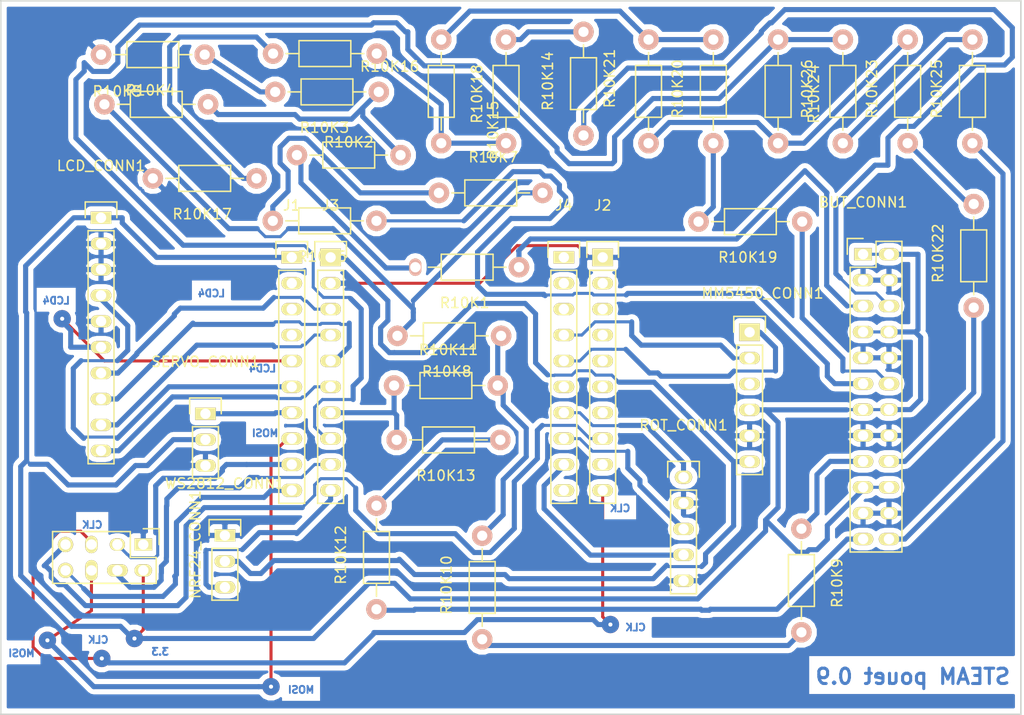
<source format=kicad_pcb>
(kicad_pcb (version 4) (host pcbnew 4.0.2+dfsg1-stable)
  (layers (0 F.Cu signal) (31 B.Cu signal) (34 B.Paste user hide) (35 F.Paste user hide) (36 B.SilkS user) (37 F.SilkS user) (38 B.Mask user hide) (39 F.Mask user hide) (44 Edge.Cuts user))
  (net 0 "")
  (net 1 +3V3)
  (net 2 GND)
  (net 3 R2R_BUT1)
  (net 4 R2R_BUT5)
  (net 5 R2R_BUT2)
  (net 6 R2R_BUT6)
  (net 7 R2R_BUT3)
  (net 8 R2R_BUT7)
  (net 9 R2R_BUT4)
  (net 10 R2R_BUT8)
  (net 11 "Net-(J1-Pad2)")
  (net 12 "Net-(J1-Pad3)")
  (net 13 "Net-(J1-Pad4)")
  (net 14 LCD_PE4)
  (net 15 LCD_PE5)
  (net 16 SERVO_PWN)
  (net 17 NRF24_MOSI)
  (net 18 NRF24_CE)
  (net 19 NRF24_IRQ)
  (net 20 "Net-(J2-Pad2)")
  (net 21 "Net-(J2-Pad3)")
  (net 22 "Net-(J2-Pad4)")
  (net 23 "Net-(J2-Pad5)")
  (net 24 "Net-(J2-Pad6)")
  (net 25 "Net-(J2-Pad7)")
  (net 26 NRF24_MISO)
  (net 27 "Net-(J2-Pad9)")
  (net 28 NRF24_CLK)
  (net 29 +5V)
  (net 30 LCD_PD0)
  (net 31 LCD_PD1)
  (net 32 LCD_PD2)
  (net 33 LCD_PD3)
  (net 34 BUT_1_4_ADC)
  (net 35 BUT_5_8_ADC)
  (net 36 NRF24_CSN)
  (net 37 WS2812_DIN)
  (net 38 "Net-(J4-Pad1)")
  (net 39 "Net-(J4-Pad2)")
  (net 40 "Net-(J4-Pad3)")
  (net 41 MM5450_DIN)
  (net 42 MM5450_CLK)
  (net 43 "Net-(J4-Pad6)")
  (net 44 ROT_PIN_B)
  (net 45 ROT_PIN_A)
  (net 46 ROT_BUT)
  (net 47 "Net-(J4-Pad10)")
  (net 48 "Net-(MM5450_CONN1-Pad3)")
  (net 49 "Net-(R10K1-Pad2)")
  (net 50 "Net-(R10K2-Pad2)")
  (net 51 "Net-(R10K3-Pad2)")
  (net 52 "Net-(R10K5-Pad1)")
  (net 53 "Net-(R10K6-Pad2)")
  (net 54 "Net-(R10K10-Pad2)")
  (net 55 "Net-(R10K10-Pad1)")
  (net 56 "Net-(R10K12-Pad2)")
  (net 57 "Net-(R10K14-Pad2)")
  (net 58 "Net-(R10K15-Pad2)")
  (net 59 "Net-(R10K16-Pad2)")
  (net 60 "Net-(R10K18-Pad1)")
  (net 61 "Net-(R10K19-Pad2)")
  (net 62 "Net-(R10K21-Pad1)")
  (net 63 "Net-(R10K22-Pad2)")
  (net 64 "Net-(R10K25-Pad2)")
  (module Pin_Headers:Pin_Header_Straight_1x10 (layer F.Cu) (at 56.4642 138.201)
    (fp_text reference J1 (at 0 -5.1) (layer F.SilkS))
    (fp_text value TI_BOOSTER_40_J1)
    (pad 1 thru_hole rect (at 0 0) (size 2.032 1.2) (drill 1.016) (layers *.Cu *.Mask F.SilkS) (net 1 +3V3))
    (pad 2 thru_hole oval (at 0 2.54) (size 2.032 1.2) (drill 1.016) (layers *.Cu *.Mask F.SilkS) (net 11 "Net-(J1-Pad2)"))
    (pad 3 thru_hole oval (at 0 5.08) (size 2.032 1.2) (drill 1.016) (layers *.Cu *.Mask F.SilkS) (net 12 "Net-(J1-Pad3)"))
    (pad 4 thru_hole oval (at 0 7.62) (size 2.032 1.2) (drill 1.016) (layers *.Cu *.Mask F.SilkS) (net 13 "Net-(J1-Pad4)"))
    (pad 5 thru_hole oval (at 0 10.16) (size 2.032 1.2) (drill 1.016) (layers *.Cu *.Mask F.SilkS) (net 14 LCD_PE4))
    (pad 6 thru_hole oval (at 0 12.7) (size 2.032 1.2) (drill 1.016) (layers *.Cu *.Mask F.SilkS) (net 15 LCD_PE5))
    (pad 7 thru_hole oval (at 0 15.24) (size 2.032 1.2) (drill 1.016) (layers *.Cu *.Mask F.SilkS) (net 16 SERVO_PWN))
    (pad 8 thru_hole oval (at 0 17.78) (size 2.032 1.2) (drill 1.016) (layers *.Cu *.Mask F.SilkS) (net 17 NRF24_MOSI))
    (pad 9 thru_hole oval (at 0 20.32) (size 2.032 1.3) (drill 1.016) (layers *.Cu *.Mask F.SilkS) (net 18 NRF24_CE))
    (pad 10 thru_hole oval (at 0 22.86) (size 2.032 1.3) (drill 1.016) (layers *.Cu *.Mask F.SilkS) (net 19 NRF24_IRQ))
  )
  (module Pin_Headers:Pin_Header_Straight_1x10 (layer F.Cu) (at 60.2742 138.201)
    (fp_text reference J3 (at 0 -5.1) (layer F.SilkS))
    (fp_text value TI_BOOSTER_40_J3)
    (pad 1 thru_hole rect (at 0 0) (size 2.032 1.7272) (drill 1.016) (layers *.Cu *.Mask F.SilkS) (net 29 +5V))
    (pad 2 thru_hole oval (at 0 2.54) (size 2.032 1.2) (drill 1.016) (layers *.Cu *.Mask F.SilkS) (net 2 GND))
    (pad 3 thru_hole oval (at 0 5.08) (size 2.032 1.2) (drill 1.016) (layers *.Cu *.Mask F.SilkS) (net 30 LCD_PD0))
    (pad 4 thru_hole oval (at 0 7.62) (size 2.032 1.2) (drill 1.016) (layers *.Cu *.Mask F.SilkS) (net 31 LCD_PD1))
    (pad 5 thru_hole oval (at 0 10.16) (size 2.032 1.2) (drill 1.016) (layers *.Cu *.Mask F.SilkS) (net 32 LCD_PD2))
    (pad 6 thru_hole oval (at 0 12.7) (size 2.032 1.2) (drill 1.016) (layers *.Cu *.Mask F.SilkS) (net 33 LCD_PD3))
    (pad 7 thru_hole oval (at 0 15.24) (size 2.032 1.2) (drill 1.016) (layers *.Cu *.Mask F.SilkS) (net 34 BUT_1_4_ADC))
    (pad 8 thru_hole oval (at 0 17.78) (size 2.032 1.2) (drill 1.016) (layers *.Cu *.Mask F.SilkS) (net 35 BUT_5_8_ADC))
    (pad 9 thru_hole oval (at 0 20.32) (size 2.032 1.2) (drill 1.016) (layers *.Cu *.Mask F.SilkS) (net 36 NRF24_CSN))
    (pad 10 thru_hole oval (at 0 22.86) (size 2.032 1.2) (drill 1.016) (layers *.Cu *.Mask F.SilkS) (net 37 WS2812_DIN))
  )
  (module Resistors_ThroughHole:Resistor_Horizontal_RM10mm (layer F.Cu) (at 66.4972 150.774)
    (fp_text reference R10K11 (at 5.32892 -3.50012) (layer F.SilkS))
    (fp_text value R)
    (pad 1 thru_hole circle (at 0 0) (size 1.99898 1.99898) (drill 1.00076) (layers *.Cu *.SilkS *.Mask) (net 34 BUT_1_4_ADC))
    (pad 2 thru_hole circle (at 10.16 0) (size 1.99898 1.99898) (drill 1.00076) (layers *.Cu *.SilkS *.Mask) (net 54 "Net-(R10K10-Pad2)"))
  )
  (module Pin_Headers:Pin_Header_Straight_2x04 (layer F.Cu) (at 41.91 166.37 270)
    (fp_text reference NRF24_CONN1 (at 0 -5.1 270) (layer F.SilkS))
    (fp_text value CONN_02X04)
    (pad 1 thru_hole rect (at 0 0 270) (size 1.2 1.7272) (drill 1.016) (layers *.Cu *.Mask F.SilkS) (net 2 GND))
    (pad 2 thru_hole oval (at 2.54 0 270) (size 1.2 1.7272) (drill 1.016) (layers *.Cu *.Mask F.SilkS) (net 1 +3V3))
    (pad 3 thru_hole oval (at 0 2.54 270) (size 1.2 1.5) (drill 1.016) (layers *.Cu *.Mask F.SilkS) (net 18 NRF24_CE))
    (pad 4 thru_hole oval (at 2.54 2.54 270) (size 1.2 2.032) (drill 1.016) (layers *.Cu *.Mask F.SilkS) (net 36 NRF24_CSN))
    (pad 5 thru_hole oval (at 0 5.08 270) (size 1.7 1.2) (drill 1.016) (layers *.Cu *.Mask F.SilkS) (net 28 NRF24_CLK))
    (pad 6 thru_hole oval (at 2.54 5.08 270) (size 2.032 1.2) (drill 1.016) (layers *.Cu *.Mask F.SilkS) (net 17 NRF24_MOSI))
    (pad 7 thru_hole circle (at 0 7.62 270) (size 1.5 1.5) (drill 1.016) (layers *.Cu *.Mask F.SilkS) (net 26 NRF24_MISO))
    (pad 8 thru_hole circle (at 2.54 7.62 270) (size 1.5 1.5) (drill 1.016) (layers *.Cu *.Mask F.SilkS) (net 19 NRF24_IRQ))
  )
  (module Pin_Headers:Pin_Header_Straight_2x12 (layer F.Cu) (at 112.471 137.897)
    (fp_text reference BUT_CONN1 (at 0 -5.1) (layer F.SilkS))
    (fp_text value CONN_02X12)
    (pad 1 thru_hole rect (at 0 0) (size 1.7272 1.2) (drill 1.016) (layers *.Cu *.Mask F.SilkS) (net 1 +3V3))
    (pad 2 thru_hole oval (at 2.54 0) (size 2 1.2) (drill 1.016) (layers *.Cu *.Mask F.SilkS) (net 1 +3V3))
    (pad 3 thru_hole oval (at 0 2.54) (size 2 1.2) (drill 1.016) (layers *.Cu *.Mask F.SilkS) (net 2 GND))
    (pad 4 thru_hole oval (at 2.54 2.54) (size 1.7272 1.2) (drill 1.016) (layers *.Cu *.Mask F.SilkS) (net 2 GND))
    (pad 5 thru_hole oval (at 0 5.08) (size 2 1.2) (drill 1.016) (layers *.Cu *.Mask F.SilkS) (net 3 R2R_BUT1))
    (pad 6 thru_hole oval (at 2.54 5.08) (size 2 1.2) (drill 1.016) (layers *.Cu *.Mask F.SilkS) (net 4 R2R_BUT5))
    (pad 7 thru_hole oval (at 0 7.62) (size 2 1.2) (drill 1.016) (layers *.Cu *.Mask F.SilkS) (net 1 +3V3))
    (pad 8 thru_hole oval (at 2.54 7.62) (size 1.7 1.2) (drill 1.016) (layers *.Cu *.Mask F.SilkS) (net 1 +3V3))
    (pad 9 thru_hole oval (at 0 10.16) (size 2 1.2) (drill 1.016) (layers *.Cu *.Mask F.SilkS) (net 2 GND))
    (pad 10 thru_hole oval (at 2.54 10.16) (size 1.7 1.2) (drill 1.016) (layers *.Cu *.Mask F.SilkS) (net 2 GND))
    (pad 11 thru_hole oval (at 0 12.7) (size 2 1.2) (drill 1.016) (layers *.Cu *.Mask F.SilkS) (net 5 R2R_BUT2))
    (pad 12 thru_hole oval (at 2.54 12.7) (size 2 1.3) (drill 1.016) (layers *.Cu *.Mask F.SilkS) (net 6 R2R_BUT6))
    (pad 13 thru_hole oval (at 0 15.24) (size 2 1.2) (drill 1.016) (layers *.Cu *.Mask F.SilkS) (net 1 +3V3))
    (pad 14 thru_hole oval (at 2.54 15.24) (size 1.7272 1.2) (drill 1.016) (layers *.Cu *.Mask F.SilkS) (net 1 +3V3))
    (pad 15 thru_hole oval (at 0 17.78) (size 2 1.2) (drill 1.016) (layers *.Cu *.Mask F.SilkS) (net 2 GND))
    (pad 16 thru_hole oval (at 2.54 17.78) (size 1.7 1.2) (drill 1.016) (layers *.Cu *.Mask F.SilkS) (net 2 GND))
    (pad 17 thru_hole oval (at 0 20.32) (size 2 1.2) (drill 1.016) (layers *.Cu *.Mask F.SilkS) (net 7 R2R_BUT3))
    (pad 18 thru_hole oval (at 2.54 20.32) (size 2 1.2) (drill 1.016) (layers *.Cu *.Mask F.SilkS) (net 8 R2R_BUT7))
    (pad 19 thru_hole oval (at 0 22.86) (size 2 1.2) (drill 1.016) (layers *.Cu *.Mask F.SilkS) (net 1 +3V3))
    (pad 20 thru_hole oval (at 2.54 22.86) (size 2 1.2) (drill 1.016) (layers *.Cu *.Mask F.SilkS) (net 1 +3V3))
    (pad 21 thru_hole oval (at 0 25.4) (size 2 1.2) (drill 1.016) (layers *.Cu *.Mask F.SilkS) (net 2 GND))
    (pad 22 thru_hole oval (at 2.54 25.4) (size 1.7272 1.2) (drill 1.016) (layers *.Cu *.Mask F.SilkS) (net 2 GND))
    (pad 23 thru_hole oval (at 0 27.94) (size 2 1.2) (drill 1.016) (layers *.Cu *.Mask F.SilkS) (net 9 R2R_BUT4))
    (pad 24 thru_hole oval (at 2.54 27.94) (size 2 1.2) (drill 1.016) (layers *.Cu *.Mask F.SilkS) (net 10 R2R_BUT8))
  )
  (module Pin_Headers:Pin_Header_Straight_1x10 (layer F.Cu) (at 86.9442 138.201)
    (fp_text reference J2 (at 0 -5.1) (layer F.SilkS))
    (fp_text value TI_BOOSTER_40_J2)
    (pad 1 thru_hole rect (at 0 0) (size 2.032 1.7272) (drill 1.016) (layers *.Cu *.Mask F.SilkS) (net 2 GND))
    (pad 2 thru_hole oval (at 0 2.54) (size 2.032 1.2) (drill 1.016) (layers *.Cu *.Mask F.SilkS) (net 20 "Net-(J2-Pad2)"))
    (pad 3 thru_hole oval (at 0 5.08) (size 2.032 1.2) (drill 1.016) (layers *.Cu *.Mask F.SilkS) (net 21 "Net-(J2-Pad3)"))
    (pad 4 thru_hole oval (at 0 7.62) (size 2.032 1.2) (drill 1.016) (layers *.Cu *.Mask F.SilkS) (net 22 "Net-(J2-Pad4)"))
    (pad 5 thru_hole oval (at 0 10.16) (size 2.032 1.2) (drill 1.016) (layers *.Cu *.Mask F.SilkS) (net 23 "Net-(J2-Pad5)"))
    (pad 6 thru_hole oval (at 0 12.7) (size 2.032 1.2) (drill 1.016) (layers *.Cu *.Mask F.SilkS) (net 24 "Net-(J2-Pad6)"))
    (pad 7 thru_hole oval (at 0 15.24) (size 2.032 1.2) (drill 1.016) (layers *.Cu *.Mask F.SilkS) (net 25 "Net-(J2-Pad7)"))
    (pad 8 thru_hole oval (at 0 17.78) (size 2.032 1.2) (drill 1.016) (layers *.Cu *.Mask F.SilkS) (net 26 NRF24_MISO))
    (pad 9 thru_hole oval (at 0 20.32) (size 2.032 1.2) (drill 1.016) (layers *.Cu *.Mask F.SilkS) (net 27 "Net-(J2-Pad9)"))
    (pad 10 thru_hole oval (at 0 22.86) (size 2.032 1.2) (drill 1.016) (layers *.Cu *.Mask F.SilkS) (net 28 NRF24_CLK))
  )
  (module Pin_Headers:Pin_Header_Straight_1x10 (layer F.Cu) (at 83.1342 138.201)
    (fp_text reference J4 (at 0 -5.1) (layer F.SilkS))
    (fp_text value TI_BOOSTER_40_J4)
    (pad 1 thru_hole rect (at 0 0) (size 2.032 1.2) (drill 1.016) (layers *.Cu *.Mask F.SilkS) (net 38 "Net-(J4-Pad1)"))
    (pad 2 thru_hole oval (at 0 2.54) (size 2.032 1.2) (drill 1.016) (layers *.Cu *.Mask F.SilkS) (net 39 "Net-(J4-Pad2)"))
    (pad 3 thru_hole oval (at 0 5.08) (size 2.032 1.2) (drill 1.016) (layers *.Cu *.Mask F.SilkS) (net 40 "Net-(J4-Pad3)"))
    (pad 4 thru_hole oval (at 0 7.62) (size 2.032 1.2) (drill 1.016) (layers *.Cu *.Mask F.SilkS) (net 41 MM5450_DIN))
    (pad 5 thru_hole oval (at 0 10.16) (size 2.032 1.2) (drill 1.016) (layers *.Cu *.Mask F.SilkS) (net 42 MM5450_CLK))
    (pad 6 thru_hole oval (at 0 12.7) (size 2.032 1.2) (drill 1.016) (layers *.Cu *.Mask F.SilkS) (net 43 "Net-(J4-Pad6)"))
    (pad 7 thru_hole oval (at 0 15.24) (size 2.032 1.2) (drill 1.016) (layers *.Cu *.Mask F.SilkS) (net 44 ROT_PIN_B))
    (pad 8 thru_hole oval (at 0 17.78) (size 2.032 1.2) (drill 1.016) (layers *.Cu *.Mask F.SilkS) (net 45 ROT_PIN_A))
    (pad 9 thru_hole oval (at 0 20.32) (size 2.032 1.2) (drill 1.016) (layers *.Cu *.Mask F.SilkS) (net 46 ROT_BUT))
    (pad 10 thru_hole oval (at 0 22.86) (size 2.032 1.2) (drill 1.016) (layers *.Cu *.Mask F.SilkS) (net 47 "Net-(J4-Pad10)"))
  )
  (module Pin_Headers:Pin_Header_Straight_1x10 (layer F.Cu) (at 37.7698 134.315)
    (fp_text reference LCD_CONN1 (at 0 -5.1) (layer F.SilkS))
    (fp_text value CONN_01X10)
    (pad 1 thru_hole rect (at 0 0) (size 2.032 1.2) (drill 1.016) (layers *.Cu *.Mask F.SilkS) (net 1 +3V3))
    (pad 2 thru_hole oval (at 0 2.54) (size 2.032 1.2) (drill 1.016) (layers *.Cu *.Mask F.SilkS) (net 2 GND))
    (pad 3 thru_hole oval (at 0 5.08) (size 2.032 1.2) (drill 1.016) (layers *.Cu *.Mask F.SilkS) (net 2 GND))
    (pad 4 thru_hole oval (at 0 7.62) (size 2.032 1.2) (drill 1.016) (layers *.Cu *.Mask F.SilkS) (net 15 LCD_PE5))
    (pad 5 thru_hole oval (at 0 10.16) (size 2.032 1.2) (drill 1.016) (layers *.Cu *.Mask F.SilkS) (net 2 GND))
    (pad 6 thru_hole oval (at 0 12.7) (size 2.032 1.2) (drill 1.016) (layers *.Cu *.Mask F.SilkS) (net 14 LCD_PE4))
    (pad 7 thru_hole oval (at 0 15.24) (size 2.032 1.2) (drill 1.016) (layers *.Cu *.Mask F.SilkS) (net 30 LCD_PD0))
    (pad 8 thru_hole oval (at 0 17.78) (size 2.032 1.2) (drill 1.016) (layers *.Cu *.Mask F.SilkS) (net 32 LCD_PD2))
    (pad 9 thru_hole oval (at 0 20.32) (size 2.032 1.2) (drill 1.016) (layers *.Cu *.Mask F.SilkS) (net 31 LCD_PD1))
    (pad 10 thru_hole oval (at 0 22.86) (size 2.032 1.2) (drill 1.016) (layers *.Cu *.Mask F.SilkS) (net 33 LCD_PD3))
  )
  (module Pin_Headers:Pin_Header_Straight_1x06 (layer F.Cu) (at 101.346 145.542)
    (fp_text reference MM5450_CONN1 (at 1.27 -3.81) (layer F.SilkS))
    (fp_text value CONN_02X03)
    (pad 1 thru_hole rect (at 0 0) (size 2.032 1.7272) (drill 1.016) (layers *.Cu *.Mask F.SilkS) (net 42 MM5450_CLK))
    (pad 2 thru_hole oval (at 0 2.54) (size 2.032 1.2) (drill 1.016) (layers *.Cu *.Mask F.SilkS) (net 41 MM5450_DIN))
    (pad 3 thru_hole oval (at 0 5.08) (size 2.032 1.2) (drill 1.016) (layers *.Cu *.Mask F.SilkS) (net 48 "Net-(MM5450_CONN1-Pad3)"))
    (pad 4 thru_hole oval (at 0 7.62) (size 2.032 1.2) (drill 1.016) (layers *.Cu *.Mask F.SilkS) (net 1 +3V3))
    (pad 5 thru_hole oval (at 0 10.16) (size 2.032 1.2) (drill 1.016) (layers *.Cu *.Mask F.SilkS) (net 2 GND))
    (pad 6 thru_hole oval (at 0 12.7) (size 2.032 1.2) (drill 1.016) (layers *.Cu *.Mask F.SilkS) (net 29 +5V))
  )
  (module Resistors_ThroughHole:Resistor_Horizontal_RM10mm (layer F.Cu) (at 78.74 139.1666 180)
    (fp_text reference R10K1 (at 5.32892 -3.50012 180) (layer F.SilkS))
    (fp_text value R)
    (pad 1 thru_hole circle (at 0 0 180) (size 1.99898 1.99898) (drill 1.00076) (layers *.Cu *.SilkS *.Mask) (net 3 R2R_BUT1))
    (pad 2 thru_hole oval (at 10.16 0 180) (size 1.2 1.7) (drill 1.016) (layers *.Cu *.SilkS *.Mask) (net 49 "Net-(R10K1-Pad2)"))
  )
  (module Resistors_ThroughHole:Resistor_Horizontal_RM10mm (layer F.Cu) (at 56.9722 128.1684)
    (fp_text reference R10K2 (at 5.08 -1.27) (layer F.SilkS))
    (fp_text value R)
    (pad 1 thru_hole circle (at 0 0) (size 1.99898 1.99898) (drill 1.00076) (layers *.Cu *.SilkS *.Mask) (net 49 "Net-(R10K1-Pad2)"))
    (pad 2 thru_hole circle (at 10.16 0) (size 1.99898 1.99898) (drill 1.00076) (layers *.Cu *.SilkS *.Mask) (net 50 "Net-(R10K2-Pad2)"))
  )
  (module Resistors_ThroughHole:Resistor_Horizontal_RM10mm (layer F.Cu) (at 64.9986 121.971 180)
    (fp_text reference R10K3 (at 5.32892 -3.50012 180) (layer F.SilkS))
    (fp_text value R)
    (pad 1 thru_hole circle (at 0 0 180) (size 1.99898 1.99898) (drill 1.00076) (layers *.Cu *.SilkS *.Mask) (net 50 "Net-(R10K2-Pad2)"))
    (pad 2 thru_hole circle (at 10.16 0 180) (size 1.99898 1.99898) (drill 1.00076) (layers *.Cu *.SilkS *.Mask) (net 51 "Net-(R10K3-Pad2)"))
  )
  (module Resistors_ThroughHole:Resistor_Horizontal_RM10mm (layer F.Cu) (at 47.9298 118.3132 180)
    (fp_text reference R10K4 (at 5.32892 -3.50012 180) (layer F.SilkS))
    (fp_text value R)
    (pad 1 thru_hole circle (at 0 0 180) (size 1.99898 1.99898) (drill 1.00076) (layers *.Cu *.SilkS *.Mask) (net 51 "Net-(R10K3-Pad2)"))
    (pad 2 thru_hole circle (at 10.16 0 180) (size 1.99898 1.99898) (drill 1.00076) (layers *.Cu *.SilkS *.Mask) (net 2 GND))
  )
  (module Resistors_ThroughHole:Resistor_Horizontal_RM10mm (layer F.Cu) (at 38.1 123.19)
    (fp_text reference R10K5 (at 1.27 -1.27) (layer F.SilkS))
    (fp_text value R)
    (pad 1 thru_hole circle (at 0 0) (size 1.99898 1.99898) (drill 1.00076) (layers *.Cu *.SilkS *.Mask) (net 52 "Net-(R10K5-Pad1)"))
    (pad 2 thru_hole circle (at 10.16 0) (size 1.99898 1.99898) (drill 1.00076) (layers *.Cu *.SilkS *.Mask) (net 50 "Net-(R10K2-Pad2)"))
  )
  (module Resistors_ThroughHole:Resistor_Horizontal_RM10mm (layer F.Cu) (at 64.77 134.62 180)
    (fp_text reference R10K6 (at 5.32892 -3.50012 180) (layer F.SilkS))
    (fp_text value R)
    (pad 1 thru_hole circle (at 0 0 180) (size 1.99898 1.99898) (drill 1.00076) (layers *.Cu *.SilkS *.Mask) (net 5 R2R_BUT2))
    (pad 2 thru_hole circle (at 10.16 0 180) (size 1.99898 1.99898) (drill 1.00076) (layers *.Cu *.SilkS *.Mask) (net 53 "Net-(R10K6-Pad2)"))
  )
  (module Resistors_ThroughHole:Resistor_Horizontal_RM10mm (layer F.Cu) (at 70.8914 131.877)
    (fp_text reference R10K7 (at 5.32892 -3.50012) (layer F.SilkS))
    (fp_text value R)
    (pad 1 thru_hole circle (at 0 0) (size 1.99898 1.99898) (drill 1.00076) (layers *.Cu *.SilkS *.Mask) (net 53 "Net-(R10K6-Pad2)"))
    (pad 2 thru_hole circle (at 10.16 0) (size 1.99898 1.99898) (drill 1.00076) (layers *.Cu *.SilkS *.Mask) (net 52 "Net-(R10K5-Pad1)"))
  )
  (module Resistors_ThroughHole:Resistor_Horizontal_RM10mm (layer F.Cu) (at 76.9874 145.898 180)
    (fp_text reference R10K8 (at 5.32892 -3.50012 180) (layer F.SilkS))
    (fp_text value R)
    (pad 1 thru_hole circle (at 0 0 180) (size 1.99898 1.99898) (drill 1.00076) (layers *.Cu *.SilkS *.Mask) (net 54 "Net-(R10K10-Pad2)"))
    (pad 2 thru_hole circle (at 10.16 0 180) (size 1.99898 1.99898) (drill 1.00076) (layers *.Cu *.SilkS *.Mask) (net 52 "Net-(R10K5-Pad1)"))
  )
  (module Resistors_ThroughHole:Resistor_Horizontal_RM10mm (layer F.Cu) (at 106.426 164.821 270)
    (fp_text reference R10K9 (at 5.32892 -3.50012 270) (layer F.SilkS))
    (fp_text value R)
    (pad 1 thru_hole circle (at 0 0 270) (size 1.99898 1.99898) (drill 1.00076) (layers *.Cu *.SilkS *.Mask) (net 7 R2R_BUT3))
    (pad 2 thru_hole circle (at 10.16 0 270) (size 1.99898 1.99898) (drill 1.00076) (layers *.Cu *.SilkS *.Mask) (net 55 "Net-(R10K10-Pad1)"))
  )
  (module Resistors_ThroughHole:Resistor_Horizontal_RM10mm (layer F.Cu) (at 75.1332 175.666 90)
    (fp_text reference R10K10 (at 5.32892 -3.50012 90) (layer F.SilkS))
    (fp_text value R)
    (pad 1 thru_hole circle (at 0 0 90) (size 1.99898 1.99898) (drill 1.00076) (layers *.Cu *.SilkS *.Mask) (net 55 "Net-(R10K10-Pad1)"))
    (pad 2 thru_hole circle (at 10.16 0 90) (size 1.99898 1.99898) (drill 1.00076) (layers *.Cu *.SilkS *.Mask) (net 54 "Net-(R10K10-Pad2)"))
  )
  (module Resistors_ThroughHole:Resistor_Horizontal_RM10mm (layer F.Cu) (at 64.77 172.72 90)
    (fp_text reference R10K12 (at 5.32892 -3.50012 90) (layer F.SilkS))
    (fp_text value R)
    (pad 1 thru_hole circle (at 0 0 90) (size 1.99898 1.99898) (drill 1.00076) (layers *.Cu *.SilkS *.Mask) (net 9 R2R_BUT4))
    (pad 2 thru_hole circle (at 10.16 0 90) (size 1.99898 1.99898) (drill 1.00076) (layers *.Cu *.SilkS *.Mask) (net 56 "Net-(R10K12-Pad2)"))
  )
  (module Resistors_ThroughHole:Resistor_Horizontal_RM10mm (layer F.Cu) (at 76.9112 156.108 180)
    (fp_text reference R10K13 (at 5.32892 -3.50012 180) (layer F.SilkS))
    (fp_text value R)
    (pad 1 thru_hole circle (at 0 0 180) (size 1.99898 1.99898) (drill 1.00076) (layers *.Cu *.SilkS *.Mask) (net 56 "Net-(R10K12-Pad2)"))
    (pad 2 thru_hole circle (at 10.16 0 180) (size 1.99898 1.99898) (drill 1.00076) (layers *.Cu *.SilkS *.Mask) (net 34 BUT_1_4_ADC))
  )
  (module Resistors_ThroughHole:Resistor_Horizontal_RM10mm (layer F.Cu) (at 85.0646 126.238 90)
    (fp_text reference R10K14 (at 5.32892 -3.50012 90) (layer F.SilkS))
    (fp_text value R)
    (pad 1 thru_hole circle (at 0 0 90) (size 1.99898 1.99898) (drill 1.00076) (layers *.Cu *.SilkS *.Mask) (net 4 R2R_BUT5))
    (pad 2 thru_hole circle (at 10.16 0 90) (size 1.99898 1.99898) (drill 1.00076) (layers *.Cu *.SilkS *.Mask) (net 57 "Net-(R10K14-Pad2)"))
  )
  (module Resistors_ThroughHole:Resistor_Horizontal_RM10mm (layer F.Cu) (at 77.47 116.84 270)
    (fp_text reference R10K15 (at 8.89 1.27 270) (layer F.SilkS))
    (fp_text value R)
    (pad 1 thru_hole circle (at 0 0 270) (size 1.99898 1.99898) (drill 1.00076) (layers *.Cu *.SilkS *.Mask) (net 57 "Net-(R10K14-Pad2)"))
    (pad 2 thru_hole circle (at 10.16 0 270) (size 1.99898 1.99898) (drill 1.00076) (layers *.Cu *.SilkS *.Mask) (net 58 "Net-(R10K15-Pad2)"))
  )
  (module Resistors_ThroughHole:Resistor_Horizontal_RM10mm (layer F.Cu) (at 64.7954 118.2116 180)
    (fp_text reference R10K16 (at -1.27 -1.27 180) (layer F.SilkS))
    (fp_text value R)
    (pad 1 thru_hole circle (at 0 0 180) (size 1.99898 1.99898) (drill 1.00076) (layers *.Cu *.SilkS *.Mask) (net 58 "Net-(R10K15-Pad2)"))
    (pad 2 thru_hole circle (at 10.16 0 180) (size 1.99898 1.99898) (drill 1.00076) (layers *.Cu *.SilkS *.Mask) (net 59 "Net-(R10K16-Pad2)"))
  )
  (module Resistors_ThroughHole:Resistor_Horizontal_RM10mm (layer F.Cu) (at 53.0098 130.454 180)
    (fp_text reference R10K17 (at 5.32892 -3.50012 180) (layer F.SilkS))
    (fp_text value R)
    (pad 1 thru_hole circle (at 0 0 180) (size 1.99898 1.99898) (drill 1.00076) (layers *.Cu *.SilkS *.Mask) (net 59 "Net-(R10K16-Pad2)"))
    (pad 2 thru_hole circle (at 10.16 0 180) (size 1.99898 1.99898) (drill 1.00076) (layers *.Cu *.SilkS *.Mask) (net 2 GND))
  )
  (module Resistors_ThroughHole:Resistor_Horizontal_RM10mm (layer F.Cu) (at 71.12 116.84 270)
    (fp_text reference R10K18 (at 5.32892 -3.50012 270) (layer F.SilkS))
    (fp_text value R)
    (pad 1 thru_hole circle (at 0 0 270) (size 1.99898 1.99898) (drill 1.00076) (layers *.Cu *.SilkS *.Mask) (net 60 "Net-(R10K18-Pad1)"))
    (pad 2 thru_hole circle (at 10.16 0 270) (size 1.99898 1.99898) (drill 1.00076) (layers *.Cu *.SilkS *.Mask) (net 58 "Net-(R10K15-Pad2)"))
  )
  (module Resistors_ThroughHole:Resistor_Horizontal_RM10mm (layer F.Cu) (at 106.502 134.696 180)
    (fp_text reference R10K19 (at 5.32892 -3.50012 180) (layer F.SilkS))
    (fp_text value R)
    (pad 1 thru_hole circle (at 0 0 180) (size 1.99898 1.99898) (drill 1.00076) (layers *.Cu *.SilkS *.Mask) (net 6 R2R_BUT6))
    (pad 2 thru_hole circle (at 10.16 0 180) (size 1.99898 1.99898) (drill 1.00076) (layers *.Cu *.SilkS *.Mask) (net 61 "Net-(R10K19-Pad2)"))
  )
  (module Resistors_ThroughHole:Resistor_Horizontal_RM10mm (layer F.Cu) (at 97.79 127 90)
    (fp_text reference R10K20 (at 5.32892 -3.50012 90) (layer F.SilkS))
    (fp_text value R)
    (pad 1 thru_hole circle (at 0 0 90) (size 1.99898 1.99898) (drill 1.00076) (layers *.Cu *.SilkS *.Mask) (net 61 "Net-(R10K19-Pad2)"))
    (pad 2 thru_hole circle (at 10.16 0 90) (size 1.99898 1.99898) (drill 1.00076) (layers *.Cu *.SilkS *.Mask) (net 60 "Net-(R10K18-Pad1)"))
  )
  (module Resistors_ThroughHole:Resistor_Horizontal_RM10mm (layer F.Cu) (at 91.44 127 90)
    (fp_text reference R10K21 (at 6.35 -3.81 90) (layer F.SilkS))
    (fp_text value R)
    (pad 1 thru_hole circle (at 0 0 90) (size 1.99898 1.99898) (drill 1.00076) (layers *.Cu *.SilkS *.Mask) (net 62 "Net-(R10K21-Pad1)"))
    (pad 2 thru_hole circle (at 10.16 0 90) (size 1.99898 1.99898) (drill 1.00076) (layers *.Cu *.SilkS *.Mask) (net 60 "Net-(R10K18-Pad1)"))
  )
  (module Resistors_ThroughHole:Resistor_Horizontal_RM10mm (layer F.Cu) (at 123.317 143.129 90)
    (fp_text reference R10K22 (at 5.32892 -3.50012 90) (layer F.SilkS))
    (fp_text value R)
    (pad 1 thru_hole circle (at 0 0 90) (size 1.99898 1.99898) (drill 1.00076) (layers *.Cu *.SilkS *.Mask) (net 8 R2R_BUT7))
    (pad 2 thru_hole circle (at 10.16 0 90) (size 1.99898 1.99898) (drill 1.00076) (layers *.Cu *.SilkS *.Mask) (net 63 "Net-(R10K22-Pad2)"))
  )
  (module Resistors_ThroughHole:Resistor_Horizontal_RM10mm (layer F.Cu) (at 116.84 127 90)
    (fp_text reference R10K23 (at 5.32892 -3.50012 90) (layer F.SilkS))
    (fp_text value R)
    (pad 1 thru_hole circle (at 0 0 90) (size 1.99898 1.99898) (drill 1.00076) (layers *.Cu *.SilkS *.Mask) (net 63 "Net-(R10K22-Pad2)"))
    (pad 2 thru_hole circle (at 10.16 0 90) (size 1.99898 1.99898) (drill 1.00076) (layers *.Cu *.SilkS *.Mask) (net 62 "Net-(R10K21-Pad1)"))
  )
  (module Resistors_ThroughHole:Resistor_Horizontal_RM10mm (layer F.Cu) (at 104.14 116.84 270)
    (fp_text reference R10K24 (at 5.32892 -3.50012 270) (layer F.SilkS))
    (fp_text value R)
    (pad 1 thru_hole circle (at 0 0 270) (size 1.99898 1.99898) (drill 1.00076) (layers *.Cu *.SilkS *.Mask) (net 35 BUT_5_8_ADC))
    (pad 2 thru_hole circle (at 10.16 0 270) (size 1.99898 1.99898) (drill 1.00076) (layers *.Cu *.SilkS *.Mask) (net 62 "Net-(R10K21-Pad1)"))
  )
  (module Resistors_ThroughHole:Resistor_Horizontal_RM10mm (layer F.Cu) (at 123.19 127 90)
    (fp_text reference R10K25 (at 5.32892 -3.50012 90) (layer F.SilkS))
    (fp_text value R)
    (pad 1 thru_hole circle (at 0 0 90) (size 1.99898 1.99898) (drill 1.00076) (layers *.Cu *.SilkS *.Mask) (net 10 R2R_BUT8))
    (pad 2 thru_hole circle (at 10.16 0 90) (size 1.99898 1.99898) (drill 1.00076) (layers *.Cu *.SilkS *.Mask) (net 64 "Net-(R10K25-Pad2)"))
  )
  (module Resistors_ThroughHole:Resistor_Horizontal_RM10mm (layer F.Cu) (at 110.49 127 90)
    (fp_text reference R10K26 (at 5.32892 -3.50012 90) (layer F.SilkS))
    (fp_text value R)
    (pad 1 thru_hole circle (at 0 0 90) (size 1.99898 1.99898) (drill 1.00076) (layers *.Cu *.SilkS *.Mask) (net 64 "Net-(R10K25-Pad2)"))
    (pad 2 thru_hole circle (at 10.16 0 90) (size 1.99898 1.99898) (drill 1.00076) (layers *.Cu *.SilkS *.Mask) (net 35 BUT_5_8_ADC))
  )
  (module Pin_Headers:Pin_Header_Straight_1x05 (layer F.Cu) (at 94.869 159.766)
    (fp_text reference ROT_CONN1 (at 0 -5.1) (layer F.SilkS))
    (fp_text value CONN_01X05)
    (pad 1 thru_hole oval (at 0 0) (size 1.7 1.3) (drill 1.016) (layers *.Cu *.Mask F.SilkS) (net 44 ROT_PIN_B))
    (pad 2 thru_hole oval (at 0 2.54) (size 2.032 1.2) (drill 1.016) (layers *.Cu *.Mask F.SilkS) (net 2 GND))
    (pad 3 thru_hole oval (at 0 5.08) (size 2.032 1.2) (drill 1.016) (layers *.Cu *.Mask F.SilkS) (net 45 ROT_PIN_A))
    (pad 4 thru_hole oval (at 0 7.62) (size 2.032 1.2) (drill 1.016) (layers *.Cu *.Mask F.SilkS) (net 46 ROT_BUT))
    (pad 5 thru_hole oval (at 0 10.16) (size 2.032 1.2) (drill 1.016) (layers *.Cu *.Mask F.SilkS) (net 2 GND))
  )
  (module Pin_Headers:Pin_Header_Straight_1x03 (layer F.Cu) (at 48.006 153.543)
    (fp_text reference SERVO_CONN1 (at 0 -5.1) (layer F.SilkS))
    (fp_text value CONN_01X03)
    (pad 1 thru_hole rect (at 0 0) (size 2.032 1.2) (drill 1.016) (layers *.Cu *.Mask F.SilkS) (net 16 SERVO_PWN))
    (pad 2 thru_hole oval (at 0 2.54) (size 2.032 1.2) (drill 1.016) (layers *.Cu *.Mask F.SilkS) (net 1 +3V3))
    (pad 3 thru_hole oval (at 0 5.08) (size 2.032 1.2) (drill 1.016) (layers *.Cu *.Mask F.SilkS) (net 2 GND))
  )
  (module Pin_Headers:Pin_Header_Straight_1x03 (layer F.Cu) (at 49.911 165.481)
    (fp_text reference WS2812_CONN1 (at 0 -5.1) (layer F.SilkS))
    (fp_text value CONN_01X03)
    (pad 1 thru_hole rect (at 0 0) (size 2.032 1.2) (drill 1.016) (layers *.Cu *.Mask F.SilkS) (net 2 GND))
    (pad 2 thru_hole oval (at 0 2.54) (size 2.032 1.2) (drill 1.016) (layers *.Cu *.Mask F.SilkS) (net 29 +5V))
    (pad 3 thru_hole oval (at 0 5.08) (size 2.032 1.2) (drill 1.016) (layers *.Cu *.Mask F.SilkS) (net 37 WS2812_DIN))
  )
  (gr_text 3.3 (at 43.561 176.8856) (layer B.Cu) (effects (font (size 0.7 0.7) (thickness 0.175)) (justify mirror)))
  (gr_text LCD4 (at 33.3756 142.4432) (layer B.Cu) (effects (font (size 0.7 0.7) (thickness 0.175)) (justify mirror)))
  (gr_text CLK (at 36.9062 164.4396) (layer B.Cu) (effects (font (size 0.7 0.7) (thickness 0.175)) (justify mirror)))
  (gr_text CLK (at 37.4904 175.7172) (layer B.Cu) (effects (font (size 0.7 0.7) (thickness 0.175)) (justify mirror)))
  (gr_text "STEAM pouet 0.9" (at 117.348 179.324) (layer B.Cu) (effects (font (size 1.5 1.5) (thickness 0.3)) (justify mirror)))
  (gr_text LCD4 (at 53.594 149.098) (layer B.Cu) (effects (font (size 0.7 0.7) (thickness 0.175)) (justify mirror)))
  (gr_text LCD4 (at 48.5902 141.732) (layer B.Cu) (effects (font (size 0.7 0.7) (thickness 0.175)) (justify mirror)))
  (gr_text CLK (at 88.646 162.814) (layer B.Cu) (effects (font (size 0.7 0.7) (thickness 0.175)) (justify mirror)))
  (gr_text CLK (at 90.17 174.498) (layer B.Cu) (effects (font (size 0.7 0.7) (thickness 0.175)) (justify mirror)))
  (gr_text MOSI (at 53.848 155.448) (layer B.Cu) (effects (font (size 0.7 0.7) (thickness 0.175)) (justify mirror)))
  (gr_text MOSI (at 57.3786 180.6194) (layer B.Cu) (effects (font (size 0.7 0.7) (thickness 0.175)) (justify mirror)))
  (gr_text MOSI (at 29.972 177.038) (layer B.Cu) (effects (font (size 0.7 0.7) (thickness 0.175)) (justify mirror)))
  (gr_line (start 27.94 113.03) (end 27.94 183.03) (angle 90) (layer Edge.Cuts) (width 0.15))
  (gr_line (start 127.94 183.03) (end 27.94 183.03) (angle 90) (layer Edge.Cuts) (width 0.15))
  (gr_line (start 127.94 113.03) (end 127.94 183.03) (angle 90) (layer Edge.Cuts) (width 0.15))
  (gr_line (start 27.94 113.03) (end 127.94 113.03) (angle 90) (layer Edge.Cuts) (width 0.15))
  (segment (start 30.48 158.1404) (end 29.8958 158.7246) (width 0.5) (layer B.Cu) (net 1))
  (segment (start 39.6748 174.3964) (end 40.8686 175.5902) (width 0.5) (layer B.Cu) (net 1))
  (segment (start 29.8958 158.7246) (end 29.8958 169.418) (width 0.5) (layer B.Cu) (net 1))
  (segment (start 29.8958 169.418) (end 34.8742 174.3964) (width 0.5) (layer B.Cu) (net 1))
  (segment (start 34.8742 174.3964) (end 39.6748 174.3964) (width 0.5) (layer B.Cu) (net 1))
  (segment (start 40.8686 175.5902) (end 41.0464 175.5902) (width 0.5) (layer B.Cu) (net 1))
  (segment (start 39.8526 134.3152) (end 39.8526 134.8315) (width 0.5) (layer B.Cu) (net 1))
  (segment (start 43.2221 138.201) (end 56.4642 138.201) (width 0.5) (layer B.Cu) (net 1))
  (segment (start 39.8526 134.8315) (end 43.2221 138.201) (width 0.5) (layer B.Cu) (net 1))
  (segment (start 48.006 156.083) (end 44.8564 156.083) (width 0.5) (layer B.Cu) (net 1))
  (segment (start 39.243 160.528) (end 34.544 160.528) (width 0.5) (layer B.Cu) (net 1))
  (segment (start 44.8564 156.083) (end 42.3164 158.623) (width 0.5) (layer B.Cu) (net 1))
  (segment (start 42.3164 158.623) (end 41.148 158.623) (width 0.5) (layer B.Cu) (net 1))
  (segment (start 41.148 158.623) (end 39.243 160.528) (width 0.5) (layer B.Cu) (net 1))
  (segment (start 34.544 160.528) (end 32.512 158.496) (width 0.5) (layer B.Cu) (net 1))
  (segment (start 35.052 134.366) (end 30.376999 139.041001) (width 0.5) (layer B.Cu) (net 1))
  (segment (start 30.48 143.647202) (end 30.48 158.1404) (width 0.5) (layer B.Cu) (net 1))
  (segment (start 30.376999 139.041001) (end 30.376999 143.544201) (width 0.5) (layer B.Cu) (net 1))
  (segment (start 30.376999 143.544201) (end 30.48 143.647202) (width 0.5) (layer B.Cu) (net 1))
  (segment (start 41.896399 174.740201) (end 41.0464 175.5902) (width 0.3) (layer F.Cu) (net 1))
  (segment (start 41.91 168.91) (end 41.91 174.7266) (width 0.3) (layer F.Cu) (net 1))
  (segment (start 64.008 170.18) (end 58.5978 175.5902) (width 0.5) (layer B.Cu) (net 1))
  (segment (start 66.548 170.18) (end 64.008 170.18) (width 0.5) (layer B.Cu) (net 1))
  (segment (start 68.072 171.704) (end 66.548 170.18) (width 0.5) (layer B.Cu) (net 1))
  (segment (start 96.266 171.704) (end 68.072 171.704) (width 0.5) (layer B.Cu) (net 1))
  (segment (start 102.9123 165.0577) (end 96.266 171.704) (width 0.5) (layer B.Cu) (net 1))
  (segment (start 102.9123 163.9686) (end 102.9123 165.0577) (width 0.5) (layer B.Cu) (net 1))
  (segment (start 41.91 174.7266) (end 41.896399 174.740201) (width 0.3) (layer F.Cu) (net 1))
  (segment (start 42.248481 175.5902) (end 41.0464 175.5902) (width 0.5) (layer B.Cu) (net 1))
  (segment (start 58.5978 175.5902) (end 42.248481 175.5902) (width 0.5) (layer B.Cu) (net 1))
  (via (at 41.0464 175.5902) (size 1.7) (drill 0.4) (layers F.Cu B.Cu) (net 1))
  (segment (start 32.512 158.496) (end 30.8356 158.496) (width 0.5) (layer B.Cu) (net 1))
  (segment (start 30.8356 158.496) (end 30.48 158.1404) (width 0.3) (layer B.Cu) (net 1))
  (segment (start 41.91 168.91) (end 42.1736 168.91) (width 0.3) (layer F.Cu) (net 1))
  (segment (start 47.59 156.083) (end 48.006 156.083) (width 0.3) (layer F.Cu) (net 1))
  (segment (start 102.9123 163.9686) (end 106.0757 167.132) (width 0.5) (layer B.Cu) (net 1))
  (segment (start 107.188 166.878) (end 107.95 166.878) (width 0.5) (layer B.Cu) (net 1))
  (segment (start 108.966 165.862) (end 108.966 164.4932) (width 0.5) (layer B.Cu) (net 1))
  (segment (start 106.0757 167.132) (end 106.934 167.132) (width 0.5) (layer B.Cu) (net 1))
  (segment (start 106.934 167.132) (end 107.188 166.878) (width 0.5) (layer B.Cu) (net 1))
  (segment (start 107.95 166.878) (end 108.966 165.862) (width 0.5) (layer B.Cu) (net 1))
  (segment (start 108.966 164.4932) (end 112.471 160.9882) (width 0.5) (layer B.Cu) (net 1))
  (segment (start 102.9123 163.9686) (end 104.14 162.7409) (width 0.5) (layer B.Cu) (net 1))
  (segment (start 104.14 154.3897) (end 102.9123 153.162) (width 0.5) (layer B.Cu) (net 1))
  (segment (start 104.14 162.7409) (end 104.14 154.3897) (width 0.5) (layer B.Cu) (net 1))
  (segment (start 115.011 153.137) (end 117.119 153.137) (width 0.5) (layer B.Cu) (net 1))
  (segment (start 117.119 153.137) (end 118.11 152.146) (width 0.5) (layer B.Cu) (net 1))
  (segment (start 118.11 152.146) (end 118.11 146.05) (width 0.5) (layer B.Cu) (net 1))
  (segment (start 118.11 146.05) (end 117.602 145.542) (width 0.5) (layer B.Cu) (net 1))
  (segment (start 115.011 145.517) (end 117.577 145.517) (width 0.5) (layer B.Cu) (net 1))
  (segment (start 117.577 145.517) (end 117.602 145.542) (width 0.3) (layer B.Cu) (net 1))
  (segment (start 117.856 137.897) (end 115.011 137.897) (width 0.5) (layer B.Cu) (net 1))
  (segment (start 117.602 145.542) (end 117.856 145.288) (width 0.5) (layer B.Cu) (net 1))
  (segment (start 117.856 145.288) (end 117.856 137.897) (width 0.5) (layer B.Cu) (net 1))
  (segment (start 35.052 134.366) (end 35.103 134.315) (width 0.3) (layer B.Cu) (net 1))
  (segment (start 35.103 134.315) (end 37.7698 134.315) (width 0.5) (layer B.Cu) (net 1))
  (segment (start 37.7698 134.315) (end 39.827 134.315) (width 0.5) (layer B.Cu) (net 1))
  (segment (start 39.827 134.315) (end 39.878 134.366) (width 0.3) (layer B.Cu) (net 1))
  (segment (start 115.011 145.517) (end 112.471 145.517) (width 0.3) (layer B.Cu) (net 1))
  (segment (start 115.011 137.897) (end 112.471 137.897) (width 0.3) (layer B.Cu) (net 1))
  (segment (start 115.011 153.137) (end 112.471 153.137) (width 0.3) (layer B.Cu) (net 1))
  (segment (start 112.471 153.137) (end 110.9207 153.137) (width 0.3) (layer B.Cu) (net 1))
  (segment (start 101.346 153.162) (end 102.9123 153.162) (width 0.5) (layer B.Cu) (net 1))
  (segment (start 110.8957 153.162) (end 110.9207 153.137) (width 0.3) (layer B.Cu) (net 1))
  (segment (start 102.9123 153.162) (end 110.8957 153.162) (width 0.5) (layer B.Cu) (net 1))
  (segment (start 112.471 160.9882) (end 112.471 160.757) (width 0.3) (layer B.Cu) (net 1))
  (segment (start 115.011 160.757) (end 113.4607 160.757) (width 0.3) (layer B.Cu) (net 1))
  (segment (start 112.471 160.757) (end 113.4607 160.757) (width 0.3) (layer B.Cu) (net 1))
  (segment (start 60.2742 140.741) (end 74.872352 140.741) (width 0.3) (layer F.Cu) (net 2))
  (segment (start 74.872352 140.741) (end 78.562353 137.050999) (width 0.3) (layer F.Cu) (net 2))
  (segment (start 78.562353 137.050999) (end 84.478199 137.050999) (width 0.3) (layer F.Cu) (net 2))
  (segment (start 85.6282 138.201) (end 86.9442 138.201) (width 0.3) (layer F.Cu) (net 2))
  (segment (start 84.478199 137.050999) (end 85.6282 138.201) (width 0.3) (layer F.Cu) (net 2))
  (segment (start 108.9406 131.8768) (end 108.904189 131.913211) (width 0.5) (layer B.Cu) (net 3))
  (segment (start 108.904189 131.913211) (end 108.904189 140.960489) (width 0.5) (layer B.Cu) (net 3))
  (segment (start 108.904189 140.960489) (end 110.9207 142.977) (width 0.5) (layer B.Cu) (net 3))
  (segment (start 78.6892 137.566) (end 79.8572 136.398) (width 0.5) (layer B.Cu) (net 3))
  (segment (start 79.8572 136.398) (end 100.076 136.398) (width 0.5) (layer B.Cu) (net 3))
  (segment (start 100.076 136.398) (end 106.7689 129.7051) (width 0.5) (layer B.Cu) (net 3))
  (segment (start 106.7689 129.7051) (end 108.8898 131.826) (width 0.5) (layer B.Cu) (net 3))
  (segment (start 108.8898 131.826) (end 108.8898 131.8768) (width 0.5) (layer B.Cu) (net 3))
  (segment (start 78.6892 137.566) (end 78.74 137.6168) (width 0.3) (layer B.Cu) (net 3))
  (segment (start 78.74 137.6168) (end 78.74 139.1666) (width 0.5) (layer B.Cu) (net 3))
  (segment (start 110.9207 142.977) (end 112.471 142.977) (width 0.3) (layer B.Cu) (net 3))
  (segment (start 99.06 119.634) (end 89.408 119.634) (width 0.5) (layer B.Cu) (net 4))
  (segment (start 127.1016 118.5672) (end 127.1016 115.6716) (width 0.5) (layer B.Cu) (net 4))
  (segment (start 123.4656 119.333) (end 126.3358 119.333) (width 0.5) (layer B.Cu) (net 4))
  (segment (start 116.048243 125.350509) (end 117.448091 125.350509) (width 0.5) (layer B.Cu) (net 4))
  (segment (start 114.9096 126.489152) (end 116.048243 125.350509) (width 0.5) (layer B.Cu) (net 4))
  (segment (start 109.8042 139.7973) (end 109.8042 132.9944) (width 0.5) (layer B.Cu) (net 4))
  (segment (start 104.8004 113.8936) (end 103.503491 115.190509) (width 0.5) (layer B.Cu) (net 4))
  (segment (start 110.236 140.2291) (end 109.8042 139.7973) (width 0.5) (layer B.Cu) (net 4))
  (segment (start 109.8042 132.9944) (end 113.6396 129.159) (width 0.5) (layer B.Cu) (net 4))
  (segment (start 103.348243 115.190509) (end 102.490509 116.048243) (width 0.5) (layer B.Cu) (net 4))
  (segment (start 113.6396 129.159) (end 114.9096 129.159) (width 0.5) (layer B.Cu) (net 4))
  (segment (start 85.09 123.952) (end 85.09 127) (width 0.5) (layer B.Cu) (net 4))
  (segment (start 114.9096 129.159) (end 114.9096 126.489152) (width 0.5) (layer B.Cu) (net 4))
  (segment (start 127.1016 115.6716) (end 125.3236 113.8936) (width 0.5) (layer B.Cu) (net 4))
  (segment (start 117.448091 125.350509) (end 123.4656 119.333) (width 0.5) (layer B.Cu) (net 4))
  (segment (start 126.3358 119.333) (end 127.1016 118.5672) (width 0.5) (layer B.Cu) (net 4))
  (segment (start 125.3236 113.8936) (end 104.8004 113.8936) (width 0.5) (layer B.Cu) (net 4))
  (segment (start 103.503491 115.190509) (end 103.348243 115.190509) (width 0.5) (layer B.Cu) (net 4))
  (segment (start 102.490509 116.048243) (end 102.490509 116.203491) (width 0.5) (layer B.Cu) (net 4))
  (segment (start 102.490509 116.203491) (end 99.06 119.634) (width 0.5) (layer B.Cu) (net 4))
  (segment (start 89.408 119.634) (end 85.09 123.952) (width 0.5) (layer B.Cu) (net 4))
  (segment (start 115.011 142.977) (end 113.741 141.707) (width 0.3) (layer B.Cu) (net 4))
  (segment (start 113.741 141.707) (end 111.7139 141.707) (width 0.3) (layer B.Cu) (net 4))
  (segment (start 111.7139 141.707) (end 110.236 140.2291) (width 0.3) (layer B.Cu) (net 4))
  (segment (start 80.7974 129.794) (end 78.1582 129.794) (width 0.5) (layer B.Cu) (net 5))
  (segment (start 82.700891 131.697491) (end 82.700891 131.085243) (width 0.5) (layer B.Cu) (net 5))
  (segment (start 78.1582 129.794) (end 73.3322 134.62) (width 0.5) (layer B.Cu) (net 5))
  (segment (start 83.312 132.3086) (end 82.700891 131.697491) (width 0.5) (layer B.Cu) (net 5))
  (segment (start 81.7656 134.3884) (end 83.312 132.842) (width 0.5) (layer B.Cu) (net 5))
  (segment (start 74.676 140.97) (end 74.676 137.668) (width 0.5) (layer B.Cu) (net 5))
  (segment (start 74.676 137.668) (end 77.9556 134.3884) (width 0.5) (layer B.Cu) (net 5))
  (segment (start 75.528589 141.822589) (end 74.676 140.97) (width 0.5) (layer B.Cu) (net 5))
  (segment (start 81.3054 141.9606) (end 81.167389 141.822589) (width 0.5) (layer B.Cu) (net 5))
  (segment (start 81.843157 130.227509) (end 81.230909 130.227509) (width 0.5) (layer B.Cu) (net 5))
  (segment (start 83.312 132.842) (end 83.312 132.3086) (width 0.5) (layer B.Cu) (net 5))
  (segment (start 82.700891 131.085243) (end 81.843157 130.227509) (width 0.5) (layer B.Cu) (net 5))
  (segment (start 77.9556 134.3884) (end 81.7656 134.3884) (width 0.5) (layer B.Cu) (net 5))
  (segment (start 81.167389 141.822589) (end 75.528589 141.822589) (width 0.5) (layer B.Cu) (net 5))
  (segment (start 81.230909 130.227509) (end 80.7974 129.794) (width 0.5) (layer B.Cu) (net 5))
  (segment (start 89.24899 141.89101) (end 86.051851 141.89101) (width 0.3) (layer B.Cu) (net 5))
  (segment (start 86.051851 141.89101) (end 85.892841 141.732) (width 0.3) (layer B.Cu) (net 5))
  (segment (start 85.892841 141.732) (end 84.185559 141.732) (width 0.3) (layer B.Cu) (net 5))
  (segment (start 84.185559 141.732) (end 84.026549 141.89101) (width 0.3) (layer B.Cu) (net 5))
  (segment (start 84.026549 141.89101) (end 81.14639 141.89101) (width 0.3) (layer B.Cu) (net 5))
  (segment (start 81.14639 141.89101) (end 81.0768 141.9606) (width 0.3) (layer B.Cu) (net 5))
  (segment (start 102.4386 142.1149) (end 102.0557 141.732) (width 0.3) (layer B.Cu) (net 5))
  (segment (start 89.408 141.732) (end 89.24899 141.89101) (width 0.5) (layer B.Cu) (net 5))
  (segment (start 102.0557 141.732) (end 89.408 141.732) (width 0.5) (layer B.Cu) (net 5))
  (segment (start 73.3322 134.62) (end 64.77 134.62) (width 0.3) (layer B.Cu) (net 5))
  (segment (start 112.471 150.597) (end 109.703 150.597) (width 0.5) (layer B.Cu) (net 5))
  (segment (start 109.703 150.597) (end 108.966 149.86) (width 0.5) (layer B.Cu) (net 5))
  (segment (start 108.966 149.86) (end 108.966 148.6423) (width 0.5) (layer B.Cu) (net 5))
  (segment (start 108.966 148.6423) (end 102.4386 142.1149) (width 0.5) (layer B.Cu) (net 5))
  (segment (start 110.49 149.352) (end 110.49 148.1269) (width 0.5) (layer B.Cu) (net 6))
  (segment (start 106.502 144.1389) (end 106.502 134.696) (width 0.5) (layer B.Cu) (net 6))
  (segment (start 115.011 150.597) (end 113.766 149.352) (width 0.3) (layer B.Cu) (net 6))
  (segment (start 113.766 149.352) (end 110.49 149.352) (width 0.3) (layer B.Cu) (net 6))
  (segment (start 110.49 148.1269) (end 106.502 144.1389) (width 0.5) (layer B.Cu) (net 6))
  (segment (start 112.471 158.217) (end 109.245 158.217) (width 0.5) (layer B.Cu) (net 7))
  (segment (start 109.245 158.217) (end 107.95 159.512) (width 0.5) (layer B.Cu) (net 7))
  (segment (start 107.95 159.512) (end 107.95 163.297) (width 0.5) (layer B.Cu) (net 7))
  (segment (start 107.95 163.297) (end 106.426 164.821) (width 0.5) (layer B.Cu) (net 7))
  (segment (start 123.317 151.4613) (end 123.317 143.129) (width 0.5) (layer B.Cu) (net 8))
  (segment (start 116.5613 158.217) (end 123.317 151.4613) (width 0.5) (layer B.Cu) (net 8))
  (segment (start 115.011 158.217) (end 116.5613 158.217) (width 0.5) (layer B.Cu) (net 8))
  (segment (start 64.910599 172.819999) (end 64.7903 172.6997) (width 0.5) (layer B.Cu) (net 9))
  (segment (start 68.444797 172.819999) (end 64.910599 172.819999) (width 0.5) (layer B.Cu) (net 9))
  (segment (start 96.655203 172.819999) (end 96.555204 172.72) (width 0.5) (layer B.Cu) (net 9))
  (segment (start 96.555204 172.72) (end 68.544796 172.72) (width 0.5) (layer B.Cu) (net 9))
  (segment (start 97.400797 172.819999) (end 96.655203 172.819999) (width 0.5) (layer B.Cu) (net 9))
  (segment (start 104.0377 172.72) (end 97.500796 172.72) (width 0.5) (layer B.Cu) (net 9))
  (segment (start 110.9207 165.837) (end 104.0377 172.72) (width 0.5) (layer B.Cu) (net 9))
  (segment (start 112.471 165.837) (end 110.9207 165.837) (width 0.5) (layer B.Cu) (net 9))
  (segment (start 68.544796 172.72) (end 68.444797 172.819999) (width 0.5) (layer B.Cu) (net 9))
  (segment (start 97.500796 172.72) (end 97.400797 172.819999) (width 0.5) (layer B.Cu) (net 9))
  (segment (start 64.7903 172.6997) (end 64.77 172.72) (width 0.3) (layer B.Cu) (net 9))
  (segment (start 115.011 165.837) (end 116.5613 165.837) (width 0.5) (layer B.Cu) (net 10))
  (segment (start 116.5613 165.837) (end 126.1872 156.2111) (width 0.5) (layer B.Cu) (net 10))
  (segment (start 126.1872 156.2111) (end 126.1872 129.9972) (width 0.5) (layer B.Cu) (net 10))
  (segment (start 126.1872 129.9972) (end 123.19 127) (width 0.5) (layer B.Cu) (net 10))
  (segment (start 33.909 144.2974) (end 33.909 144.4498) (width 0.5) (layer B.Cu) (net 14))
  (segment (start 33.909 144.4498) (end 34.798 145.3388) (width 0.5) (layer B.Cu) (net 14))
  (segment (start 34.798 145.3388) (end 34.798 147.015) (width 0.5) (layer B.Cu) (net 14))
  (segment (start 34.798 147.015) (end 37.7698 147.015) (width 0.5) (layer B.Cu) (net 14))
  (segment (start 34.809799 145.071199) (end 33.9598 144.2212) (width 0.3) (layer F.Cu) (net 14))
  (segment (start 38.0996 148.361) (end 34.809799 145.071199) (width 0.3) (layer F.Cu) (net 14))
  (segment (start 56.4642 148.361) (end 38.0996 148.361) (width 0.3) (layer F.Cu) (net 14))
  (via (at 33.9598 144.2212) (size 1.7) (drill 0.4) (layers F.Cu B.Cu) (net 14))
  (segment (start 37.7698 141.935) (end 37.7698 142.291219) (width 0.5) (layer B.Cu) (net 15))
  (segment (start 37.7698 142.291219) (end 40.386 144.907419) (width 0.5) (layer B.Cu) (net 15))
  (segment (start 40.386 144.907419) (end 40.386 147.32) (width 0.5) (layer B.Cu) (net 15))
  (segment (start 40.386 147.32) (end 39.37 148.336) (width 0.5) (layer B.Cu) (net 15))
  (segment (start 54.9482 150.901) (end 56.4642 150.901) (width 0.5) (layer B.Cu) (net 15))
  (segment (start 44.425 150.901) (end 54.9482 150.901) (width 0.5) (layer B.Cu) (net 15))
  (segment (start 39.37 155.956) (end 44.425 150.901) (width 0.5) (layer B.Cu) (net 15))
  (segment (start 39.37 148.336) (end 35.814 148.336) (width 0.3) (layer B.Cu) (net 15))
  (segment (start 35.052 149.098) (end 35.052 154.94) (width 0.5) (layer B.Cu) (net 15))
  (segment (start 35.814 148.336) (end 35.052 149.098) (width 0.5) (layer B.Cu) (net 15))
  (segment (start 36.1935 155.8305) (end 39.2445 155.8305) (width 0.3) (layer B.Cu) (net 15))
  (segment (start 35.052 154.94) (end 36.068 155.956) (width 0.5) (layer B.Cu) (net 15))
  (segment (start 36.068 155.956) (end 36.1935 155.8305) (width 0.3) (layer B.Cu) (net 15))
  (segment (start 39.2445 155.8305) (end 39.37 155.956) (width 0.3) (layer B.Cu) (net 15))
  (segment (start 54.7959 153.543) (end 54.8979 153.441) (width 0.3) (layer B.Cu) (net 16))
  (segment (start 48.006 153.543) (end 54.7959 153.543) (width 0.5) (layer B.Cu) (net 16))
  (segment (start 56.4642 153.441) (end 54.8979 153.441) (width 0.5) (layer B.Cu) (net 16))
  (segment (start 53.230119 180.3146) (end 54.4322 180.3146) (width 0.5) (layer B.Cu) (net 17))
  (segment (start 37.0586 180.3146) (end 53.230119 180.3146) (width 0.5) (layer B.Cu) (net 17))
  (segment (start 32.512 175.768) (end 37.0586 180.3146) (width 0.5) (layer B.Cu) (net 17))
  (segment (start 54.4322 179.112519) (end 54.4322 180.3146) (width 0.3) (layer F.Cu) (net 17))
  (segment (start 54.4322 157.597) (end 54.4322 179.112519) (width 0.3) (layer F.Cu) (net 17))
  (segment (start 56.4642 155.981) (end 56.0482 155.981) (width 0.3) (layer F.Cu) (net 17))
  (segment (start 56.0482 155.981) (end 54.4322 157.597) (width 0.3) (layer F.Cu) (net 17))
  (via (at 54.4322 180.3146) (size 1.7) (drill 0.4) (layers F.Cu B.Cu) (net 17))
  (via (at 32.512 175.768) (size 1.7) (layers F.Cu B.Cu) (net 17))
  (segment (start 36.83 172.8562) (end 36.83 168.91) (width 0.3) (layer F.Cu) (net 17))
  (segment (start 32.512 175.768) (end 36.83 172.8562) (width 0.3) (layer F.Cu) (net 17))
  (segment (start 43.86039 159.87301) (end 43.1292 160.6042) (width 0.5) (layer B.Cu) (net 18))
  (segment (start 43.1292 160.6042) (end 43.1292 160.655) (width 0.5) (layer B.Cu) (net 18))
  (segment (start 39.37 166.37) (end 40.3352 167.3352) (width 0.3) (layer B.Cu) (net 18))
  (segment (start 40.3352 167.3352) (end 40.3606 167.3352) (width 0.3) (layer B.Cu) (net 18))
  (segment (start 40.3606 167.3352) (end 40.6908 167.6654) (width 0.3) (layer B.Cu) (net 18))
  (segment (start 43.213601 167.520001) (end 43.323601 167.410001) (width 0.3) (layer B.Cu) (net 18))
  (segment (start 40.6908 167.6654) (end 43.068202 167.6654) (width 0.3) (layer B.Cu) (net 18))
  (segment (start 43.068202 167.6654) (end 43.1292 167.604402) (width 0.3) (layer B.Cu) (net 18))
  (segment (start 43.213601 165.219999) (end 43.1292 165.219999) (width 0.3) (layer B.Cu) (net 18))
  (segment (start 43.323601 167.410001) (end 43.323601 165.329999) (width 0.3) (layer B.Cu) (net 18))
  (segment (start 43.323601 165.329999) (end 43.213601 165.219999) (width 0.3) (layer B.Cu) (net 18))
  (segment (start 43.1292 165.219999) (end 43.1292 160.6042) (width 0.5) (layer B.Cu) (net 18))
  (segment (start 43.1292 160.6042) (end 43.3832 160.3502) (width 0.3) (layer B.Cu) (net 18))
  (segment (start 48.939771 159.87301) (end 43.86039 159.87301) (width 0.5) (layer B.Cu) (net 18))
  (segment (start 48.71179 159.87301) (end 48.939771 159.87301) (width 0.5) (layer B.Cu) (net 18))
  (segment (start 48.939771 159.87301) (end 49.67201 159.140771) (width 0.5) (layer B.Cu) (net 18))
  (segment (start 49.67201 159.140771) (end 49.67201 158.91279) (width 0.5) (layer B.Cu) (net 18))
  (segment (start 50.0638 158.521) (end 52.045 158.521) (width 0.5) (layer B.Cu) (net 18))
  (segment (start 49.67201 158.91279) (end 50.0638 158.521) (width 0.5) (layer B.Cu) (net 18))
  (segment (start 52.045 158.521) (end 56.4642 158.521) (width 0.5) (layer B.Cu) (net 18))
  (segment (start 36.844389 171.464389) (end 36.068 170.688) (width 0.5) (layer B.Cu) (net 19))
  (segment (start 43.849311 171.464389) (end 36.844389 171.464389) (width 0.5) (layer B.Cu) (net 19))
  (segment (start 45.0596 170.2541) (end 43.849311 171.464389) (width 0.5) (layer B.Cu) (net 19))
  (segment (start 45.0596 169.545) (end 45.0596 170.2541) (width 0.5) (layer B.Cu) (net 19))
  (segment (start 45.1866 164.1602) (end 45.212 164.1602) (width 0.5) (layer B.Cu) (net 19))
  (segment (start 47.625 161.7472) (end 53.7464 161.7472) (width 0.5) (layer B.Cu) (net 19))
  (segment (start 45.212 164.1602) (end 47.625 161.7472) (width 0.5) (layer B.Cu) (net 19))
  (segment (start 53.7464 161.7472) (end 54.4326 161.061) (width 0.5) (layer B.Cu) (net 19))
  (segment (start 54.4326 161.061) (end 56.4642 161.061) (width 0.5) (layer B.Cu) (net 19))
  (segment (start 44.9834 169.4942) (end 45.1612 169.3164) (width 0.5) (layer B.Cu) (net 19))
  (segment (start 45.1612 169.3164) (end 45.1612 164.1856) (width 0.5) (layer B.Cu) (net 19))
  (segment (start 45.1104 169.6212) (end 44.9834 169.4942) (width 0.3) (layer B.Cu) (net 19))
  (segment (start 36.068 170.688) (end 34.29 168.91) (width 0.3) (layer B.Cu) (net 19))
  (segment (start 32.3342 168.4528) (end 32.889999 169.008599) (width 0.5) (layer B.Cu) (net 26))
  (segment (start 47.894596 162.75041) (end 57.495129 162.75041) (width 0.5) (layer B.Cu) (net 26))
  (segment (start 33.617999 170.310001) (end 34.191401 170.310001) (width 0.5) (layer B.Cu) (net 26))
  (segment (start 36.2458 172.3644) (end 45.2882 172.3644) (width 0.5) (layer B.Cu) (net 26))
  (segment (start 32.2072 168.4528) (end 32.3342 168.4528) (width 0.5) (layer B.Cu) (net 26))
  (segment (start 34.29 166.37) (end 32.2072 168.4528) (width 0.5) (layer B.Cu) (net 26))
  (segment (start 45.2882 172.3644) (end 46.101 171.5516) (width 0.5) (layer B.Cu) (net 26))
  (segment (start 32.889999 169.008599) (end 32.889999 169.582001) (width 0.5) (layer B.Cu) (net 26))
  (segment (start 32.889999 169.582001) (end 33.617999 170.310001) (width 0.5) (layer B.Cu) (net 26))
  (segment (start 34.191401 170.310001) (end 36.2458 172.3644) (width 0.5) (layer B.Cu) (net 26))
  (segment (start 46.101 171.5516) (end 46.101 164.544006) (width 0.5) (layer B.Cu) (net 26))
  (segment (start 46.101 164.544006) (end 47.894596 162.75041) (width 0.5) (layer B.Cu) (net 26))
  (segment (start 62.738 160.8328) (end 62.738 163.023388) (width 0.5) (layer B.Cu) (net 26))
  (segment (start 72.489152 165.3032) (end 74.341443 167.155491) (width 0.5) (layer B.Cu) (net 26))
  (segment (start 62.738 163.023388) (end 65.017812 165.3032) (width 0.5) (layer B.Cu) (net 26))
  (segment (start 78.2828 164.797648) (end 78.2828 160.200606) (width 0.5) (layer B.Cu) (net 26))
  (segment (start 78.2828 160.200606) (end 80.5434 157.940006) (width 0.5) (layer B.Cu) (net 26))
  (segment (start 65.017812 165.3032) (end 72.489152 165.3032) (width 0.5) (layer B.Cu) (net 26))
  (segment (start 80.5434 157.940006) (end 80.5434 155.1686) (width 0.5) (layer B.Cu) (net 26))
  (segment (start 74.341443 167.155491) (end 75.924957 167.155491) (width 0.5) (layer B.Cu) (net 26))
  (segment (start 80.5434 155.1686) (end 81.026 154.686) (width 0.5) (layer B.Cu) (net 26))
  (segment (start 75.924957 167.155491) (end 78.2828 164.797648) (width 0.5) (layer B.Cu) (net 26))
  (segment (start 57.495129 162.75041) (end 58.70819 161.537349) (width 0.3) (layer B.Cu) (net 26))
  (segment (start 58.70819 161.537349) (end 58.70819 160.51921) (width 0.3) (layer B.Cu) (net 26))
  (segment (start 58.70819 160.51921) (end 59.31641 159.91099) (width 0.3) (layer B.Cu) (net 26))
  (segment (start 59.31641 159.91099) (end 61.81619 159.91099) (width 0.3) (layer B.Cu) (net 26))
  (segment (start 61.81619 159.91099) (end 62.738 160.8328) (width 0.3) (layer B.Cu) (net 26))
  (segment (start 81.026 154.686) (end 84.396 154.686) (width 0.3) (layer B.Cu) (net 26))
  (segment (start 84.396 154.686) (end 85.691 155.981) (width 0.3) (layer B.Cu) (net 26))
  (segment (start 85.691 155.981) (end 86.9442 155.981) (width 0.3) (layer B.Cu) (net 26))
  (segment (start 64.614752 175.006) (end 61.642952 177.9778) (width 0.5) (layer B.Cu) (net 28))
  (segment (start 61.642952 177.9778) (end 38.5318 177.9778) (width 0.5) (layer B.Cu) (net 28))
  (segment (start 38.5318 177.9778) (end 38.1 177.546) (width 0.5) (layer B.Cu) (net 28))
  (segment (start 37.846 177.546) (end 32.217998 177.546) (width 0.3) (layer F.Cu) (net 28))
  (segment (start 32.217998 177.546) (end 31.111999 176.440001) (width 0.3) (layer F.Cu) (net 28))
  (segment (start 31.111999 176.440001) (end 31.111999 167.623999) (width 0.3) (layer F.Cu) (net 28))
  (segment (start 31.111999 167.623999) (end 33.665999 165.069999) (width 0.3) (layer F.Cu) (net 28))
  (segment (start 33.665999 165.069999) (end 35.779999 165.069999) (width 0.3) (layer F.Cu) (net 28))
  (segment (start 35.779999 165.069999) (end 36.83 166.12) (width 0.3) (layer F.Cu) (net 28))
  (segment (start 36.83 166.12) (end 36.83 166.37) (width 0.3) (layer F.Cu) (net 28))
  (segment (start 86.9442 161.061) (end 86.9442 173.46332) (width 0.3) (layer F.Cu) (net 28))
  (segment (start 86.498819 174.22002) (end 87.7009 174.22002) (width 0.5) (layer B.Cu) (net 28))
  (segment (start 86.014799 173.736) (end 86.498819 174.22002) (width 0.5) (layer B.Cu) (net 28))
  (segment (start 74.664 173.736) (end 86.014799 173.736) (width 0.5) (layer B.Cu) (net 28))
  (segment (start 73.394 175.006) (end 74.664 173.736) (width 0.5) (layer B.Cu) (net 28))
  (segment (start 64.516 175.006) (end 73.394 175.006) (width 0.5) (layer B.Cu) (net 28))
  (segment (start 86.9442 173.46332) (end 87.7009 174.22002) (width 0.3) (layer F.Cu) (net 28))
  (via (at 87.7009 174.22002) (size 1.7) (drill 0.4) (layers F.Cu B.Cu) (net 28))
  (via (at 37.846 177.546) (size 1.7) (layers F.Cu B.Cu) (net 28))
  (segment (start 66.5226 147.5486) (end 66.521491 147.547491) (width 0.5) (layer B.Cu) (net 29))
  (segment (start 80.3656 148.5392) (end 80.3656 143.7386) (width 0.5) (layer B.Cu) (net 29))
  (segment (start 65.8876 144.396552) (end 65.8876 142.4686) (width 0.5) (layer B.Cu) (net 29))
  (segment (start 81.5594 149.733) (end 80.3656 148.5392) (width 0.5) (layer B.Cu) (net 29))
  (segment (start 80.3656 143.7386) (end 79.3496 142.7226) (width 0.5) (layer B.Cu) (net 29))
  (segment (start 79.3496 142.7226) (end 74.1934 142.7226) (width 0.5) (layer B.Cu) (net 29))
  (segment (start 74.1934 142.7226) (end 69.3674 147.5486) (width 0.5) (layer B.Cu) (net 29))
  (segment (start 69.3674 147.5486) (end 66.5226 147.5486) (width 0.5) (layer B.Cu) (net 29))
  (segment (start 66.521491 147.547491) (end 66.035643 147.547491) (width 0.5) (layer B.Cu) (net 29))
  (segment (start 66.035643 147.547491) (end 65.177909 146.689757) (width 0.5) (layer B.Cu) (net 29))
  (segment (start 65.177909 146.689757) (end 65.177909 145.106243) (width 0.5) (layer B.Cu) (net 29))
  (segment (start 65.177909 145.106243) (end 65.8876 144.396552) (width 0.5) (layer B.Cu) (net 29))
  (segment (start 65.8876 142.4686) (end 61.62 138.201) (width 0.5) (layer B.Cu) (net 29))
  (segment (start 61.62 138.201) (end 60.4266 138.201) (width 0.5) (layer B.Cu) (net 29))
  (segment (start 99.7797 158.242) (end 91.9819 150.4442) (width 0.5) (layer B.Cu) (net 29))
  (segment (start 91.9819 150.4442) (end 88.5444 150.4442) (width 0.5) (layer B.Cu) (net 29))
  (segment (start 84.3534 149.3266) (end 83.92901 149.75099) (width 0.3) (layer B.Cu) (net 29))
  (segment (start 88.51021 150.424651) (end 87.836549 149.75099) (width 0.3) (layer B.Cu) (net 29))
  (segment (start 87.836549 149.75099) (end 86.25099 149.75099) (width 0.3) (layer B.Cu) (net 29))
  (segment (start 86.25099 149.75099) (end 85.8266 149.3266) (width 0.3) (layer B.Cu) (net 29))
  (segment (start 85.8266 149.3266) (end 84.3534 149.3266) (width 0.3) (layer B.Cu) (net 29))
  (segment (start 83.92901 149.75099) (end 82.241851 149.75099) (width 0.3) (layer B.Cu) (net 29))
  (segment (start 82.241851 149.75099) (end 82.209041 149.7838) (width 0.3) (layer B.Cu) (net 29))
  (segment (start 82.209041 149.7838) (end 81.534 149.7838) (width 0.3) (layer B.Cu) (net 29))
  (segment (start 53.440981 169.2148) (end 54.710981 167.9448) (width 0.5) (layer B.Cu) (net 29))
  (segment (start 54.710981 167.9448) (end 66.8782 167.9448) (width 0.5) (layer B.Cu) (net 29))
  (segment (start 66.8782 167.9448) (end 67.0052 167.8178) (width 0.5) (layer B.Cu) (net 29))
  (segment (start 67.0052 167.8178) (end 68.5038 169.3164) (width 0.5) (layer B.Cu) (net 29))
  (segment (start 77.777606 169.7228) (end 91.8972 169.7228) (width 0.5) (layer B.Cu) (net 29))
  (segment (start 68.5038 169.3164) (end 77.371206 169.3164) (width 0.5) (layer B.Cu) (net 29))
  (segment (start 91.8972 169.7228) (end 93.218 168.402) (width 0.5) (layer B.Cu) (net 29))
  (segment (start 77.371206 169.3164) (end 77.777606 169.7228) (width 0.5) (layer B.Cu) (net 29))
  (segment (start 49.911 168.021) (end 51.227 168.021) (width 0.5) (layer B.Cu) (net 29))
  (segment (start 51.227 168.021) (end 52.4208 169.2148) (width 0.5) (layer B.Cu) (net 29))
  (segment (start 52.4208 169.2148) (end 53.440981 169.2148) (width 0.5) (layer B.Cu) (net 29))
  (segment (start 49.911 168.021) (end 49.495 168.021) (width 0.5) (layer B.Cu) (net 29))
  (segment (start 60.4266 138.201) (end 60.2742 138.201) (width 0.3) (layer B.Cu) (net 29))
  (segment (start 93.218 168.402) (end 93.35201 168.53601) (width 0.3) (layer B.Cu) (net 29))
  (segment (start 93.35201 168.53601) (end 96.63999 168.53601) (width 0.3) (layer B.Cu) (net 29))
  (segment (start 97.028 167.2895) (end 99.7797 164.5378) (width 0.5) (layer B.Cu) (net 29))
  (segment (start 96.63999 168.53601) (end 97.028 168.148) (width 0.5) (layer B.Cu) (net 29))
  (segment (start 97.028 168.148) (end 97.028 167.2895) (width 0.5) (layer B.Cu) (net 29))
  (segment (start 99.7797 164.5378) (end 99.7797 158.242) (width 0.5) (layer B.Cu) (net 29))
  (segment (start 101.346 158.242) (end 99.9548 158.242) (width 0.5) (layer B.Cu) (net 29))
  (segment (start 99.9548 158.242) (end 99.7797 158.242) (width 0.3) (layer B.Cu) (net 29))
  (segment (start 37.7698 149.555) (end 39.423807 149.555) (width 0.5) (layer B.Cu) (net 30))
  (segment (start 44.958 143.764) (end 45.540798 143.181202) (width 0.5) (layer B.Cu) (net 30))
  (segment (start 45.540798 143.181202) (end 53.668798 143.181202) (width 0.5) (layer B.Cu) (net 30))
  (segment (start 39.423807 149.555) (end 41.286011 147.692796) (width 0.5) (layer B.Cu) (net 30))
  (segment (start 41.286011 147.692796) (end 41.286011 147.605089) (width 0.5) (layer B.Cu) (net 30))
  (segment (start 41.286011 147.605089) (end 44.958 143.9331) (width 0.5) (layer B.Cu) (net 30))
  (segment (start 44.958 143.9331) (end 44.958 143.764) (width 0.5) (layer B.Cu) (net 30))
  (segment (start 53.668798 143.181202) (end 54.71901 142.13099) (width 0.5) (layer B.Cu) (net 30))
  (segment (start 54.71901 142.13099) (end 57.356549 142.13099) (width 0.3) (layer B.Cu) (net 30))
  (segment (start 57.356549 142.13099) (end 57.719559 142.494) (width 0.3) (layer B.Cu) (net 30))
  (segment (start 57.719559 142.494) (end 57.9209 142.494) (width 0.3) (layer B.Cu) (net 30))
  (segment (start 57.9209 142.494) (end 58.7079 143.281) (width 0.3) (layer B.Cu) (net 30))
  (segment (start 58.7079 143.281) (end 60.2742 143.281) (width 0.3) (layer B.Cu) (net 30))
  (segment (start 37.7698 154.635) (end 39.3361 154.635) (width 0.5) (layer B.Cu) (net 31))
  (segment (start 39.3361 154.635) (end 47.1591 146.812) (width 0.5) (layer B.Cu) (net 31))
  (segment (start 54.61 146.812) (end 54.76901 146.97101) (width 0.5) (layer B.Cu) (net 31))
  (segment (start 47.1591 146.812) (end 54.61 146.812) (width 0.5) (layer B.Cu) (net 31))
  (segment (start 54.76901 146.97101) (end 57.356549 146.97101) (width 0.3) (layer B.Cu) (net 31))
  (segment (start 57.356549 146.97101) (end 57.515559 146.812) (width 0.3) (layer B.Cu) (net 31))
  (segment (start 57.515559 146.812) (end 57.7169 146.812) (width 0.3) (layer B.Cu) (net 31))
  (segment (start 57.7169 146.812) (end 58.7079 145.821) (width 0.3) (layer B.Cu) (net 31))
  (segment (start 58.7079 145.821) (end 60.2742 145.821) (width 0.3) (layer B.Cu) (net 31))
  (segment (start 60.6902 148.361) (end 60.2742 148.361) (width 0.5) (layer B.Cu) (net 32))
  (segment (start 62.0979 146.9533) (end 60.6902 148.361) (width 0.5) (layer B.Cu) (net 32))
  (segment (start 62.0979 144.6479) (end 62.0979 146.9533) (width 0.5) (layer B.Cu) (net 32))
  (segment (start 46.736 144.78) (end 54.61 144.78) (width 0.5) (layer B.Cu) (net 32))
  (segment (start 46.7832 144.6479) (end 46.9153 144.78) (width 0.3) (layer B.Cu) (net 32))
  (segment (start 61.9658 144.78) (end 62.0979 144.6479) (width 0.3) (layer B.Cu) (net 32))
  (segment (start 54.61 144.78) (end 54.864 144.526) (width 0.3) (layer B.Cu) (net 32))
  (segment (start 57.211559 144.526) (end 57.465559 144.78) (width 0.3) (layer B.Cu) (net 32))
  (segment (start 54.864 144.526) (end 57.211559 144.526) (width 0.3) (layer B.Cu) (net 32))
  (segment (start 59.381851 144.67099) (end 61.166549 144.67099) (width 0.3) (layer B.Cu) (net 32))
  (segment (start 57.465559 144.78) (end 59.272841 144.78) (width 0.3) (layer B.Cu) (net 32))
  (segment (start 61.275559 144.78) (end 61.9658 144.78) (width 0.3) (layer B.Cu) (net 32))
  (segment (start 59.272841 144.78) (end 59.381851 144.67099) (width 0.3) (layer B.Cu) (net 32))
  (segment (start 61.166549 144.67099) (end 61.275559 144.78) (width 0.3) (layer B.Cu) (net 32))
  (segment (start 37.7698 152.095) (end 39.3361 152.095) (width 0.5) (layer B.Cu) (net 32))
  (segment (start 39.3361 152.095) (end 46.7832 144.6479) (width 0.5) (layer B.Cu) (net 32))
  (segment (start 39.491587 157.175) (end 44.774587 151.892) (width 0.5) (layer B.Cu) (net 33))
  (segment (start 44.774587 151.892) (end 54.864 151.892) (width 0.5) (layer B.Cu) (net 33))
  (segment (start 37.7698 157.175) (end 39.491587 157.175) (width 0.5) (layer B.Cu) (net 33))
  (segment (start 54.864 151.892) (end 55.02301 152.05101) (width 0.3) (layer B.Cu) (net 33))
  (segment (start 57.515559 151.892) (end 57.7169 151.892) (width 0.3) (layer B.Cu) (net 33))
  (segment (start 55.02301 152.05101) (end 57.356549 152.05101) (width 0.3) (layer B.Cu) (net 33))
  (segment (start 57.356549 152.05101) (end 57.515559 151.892) (width 0.3) (layer B.Cu) (net 33))
  (segment (start 57.7169 151.892) (end 58.7079 150.901) (width 0.3) (layer B.Cu) (net 33))
  (segment (start 58.7079 150.901) (end 60.2742 150.901) (width 0.3) (layer B.Cu) (net 33))
  (segment (start 60.2742 153.441) (end 61.8405 153.441) (width 0.5) (layer B.Cu) (net 34))
  (segment (start 66.4972 153.441) (end 61.8405 153.441) (width 0.5) (layer B.Cu) (net 34))
  (segment (start 66.7512 153.695) (end 66.4972 153.441) (width 0.5) (layer B.Cu) (net 34))
  (segment (start 66.7512 156.108) (end 66.7512 153.695) (width 0.5) (layer B.Cu) (net 34))
  (segment (start 66.4972 153.441) (end 66.4972 150.774) (width 0.5) (layer B.Cu) (net 34))
  (segment (start 62.23 142.24) (end 63.2714 143.2814) (width 0.5) (layer B.Cu) (net 35))
  (segment (start 63.2714 143.2814) (end 63.2714 150.0365) (width 0.5) (layer B.Cu) (net 35))
  (segment (start 63.2714 150.0365) (end 62.484 150.8239) (width 0.5) (layer B.Cu) (net 35))
  (segment (start 62.484 150.8239) (end 62.484 152.146) (width 0.5) (layer B.Cu) (net 35))
  (segment (start 88.0872 128.8034) (end 87.884 129.0066) (width 0.5) (layer B.Cu) (net 35))
  (segment (start 64.489091 115.190509) (end 64.262 115.4176) (width 0.5) (layer B.Cu) (net 35))
  (segment (start 87.884 129.0066) (end 83.6422 129.0066) (width 0.5) (layer B.Cu) (net 35))
  (segment (start 83.6422 129.0066) (end 82.4738 127.8382) (width 0.5) (layer B.Cu) (net 35))
  (segment (start 66.727309 115.190509) (end 64.489091 115.190509) (width 0.5) (layer B.Cu) (net 35))
  (segment (start 67.8434 117.8052) (end 67.8434 116.078) (width 0.5) (layer B.Cu) (net 35))
  (segment (start 45.8226 137.0086) (end 54.7126 137.0086) (width 0.5) (layer B.Cu) (net 35))
  (segment (start 39.419291 119.104957) (end 38.561557 119.962691) (width 0.5) (layer B.Cu) (net 35))
  (segment (start 82.4738 127.8382) (end 82.4738 127.4826) (width 0.5) (layer B.Cu) (net 35))
  (segment (start 82.4738 127.4826) (end 74.4073 119.4161) (width 0.5) (layer B.Cu) (net 35))
  (segment (start 74.4073 119.4161) (end 69.4543 119.4161) (width 0.5) (layer B.Cu) (net 35))
  (segment (start 54.7126 137.0086) (end 54.864 137.16) (width 0.5) (layer B.Cu) (net 35))
  (segment (start 67.6148 116.078) (end 66.727309 115.190509) (width 0.5) (layer B.Cu) (net 35))
  (segment (start 69.4543 119.4161) (end 67.8434 117.8052) (width 0.5) (layer B.Cu) (net 35))
  (segment (start 67.8434 116.078) (end 67.6148 116.078) (width 0.5) (layer B.Cu) (net 35))
  (segment (start 64.262 115.4176) (end 41.5544 115.4176) (width 0.5) (layer B.Cu) (net 35))
  (segment (start 41.5544 115.4176) (end 39.419291 117.552709) (width 0.5) (layer B.Cu) (net 35))
  (segment (start 39.419291 117.552709) (end 39.419291 119.104957) (width 0.5) (layer B.Cu) (net 35))
  (segment (start 38.561557 119.962691) (end 36.978043 119.962691) (width 0.5) (layer B.Cu) (net 35))
  (segment (start 36.978043 119.962691) (end 36.120309 119.104957) (width 0.5) (layer B.Cu) (net 35))
  (segment (start 36.120309 119.104957) (end 36.120309 119.937291) (width 0.5) (layer B.Cu) (net 35))
  (segment (start 36.120309 119.937291) (end 35.306 120.7516) (width 0.5) (layer B.Cu) (net 35))
  (segment (start 35.306 120.7516) (end 35.306 126.492) (width 0.5) (layer B.Cu) (net 35))
  (segment (start 35.306 126.492) (end 45.8226 137.0086) (width 0.5) (layer B.Cu) (net 35))
  (segment (start 104.14 116.84) (end 98.3596 122.6204) (width 0.5) (layer B.Cu) (net 35))
  (segment (start 98.3596 122.6204) (end 91.8688 122.6204) (width 0.5) (layer B.Cu) (net 35))
  (segment (start 91.8688 122.6204) (end 88.1126 126.3766) (width 0.5) (layer B.Cu) (net 35))
  (segment (start 88.1126 126.3766) (end 88.1126 128.778) (width 0.5) (layer B.Cu) (net 35))
  (segment (start 54.864 137.16) (end 54.925989 137.098011) (width 0.3) (layer B.Cu) (net 35))
  (segment (start 54.925989 137.098011) (end 54.961187 137.098011) (width 0.3) (layer B.Cu) (net 35))
  (segment (start 54.961187 137.098011) (end 55.008199 137.050999) (width 0.3) (layer B.Cu) (net 35))
  (segment (start 62.12099 142.13099) (end 62.23 142.24) (width 0.3) (layer B.Cu) (net 35))
  (segment (start 55.008199 137.050999) (end 57.718299 137.050999) (width 0.3) (layer B.Cu) (net 35))
  (segment (start 57.718299 137.050999) (end 58.5713 137.904) (width 0.3) (layer B.Cu) (net 35))
  (segment (start 58.5713 137.904) (end 58.5713 141.133) (width 0.3) (layer B.Cu) (net 35))
  (segment (start 58.5713 141.133) (end 59.56929 142.13099) (width 0.3) (layer B.Cu) (net 35))
  (segment (start 59.56929 142.13099) (end 62.12099 142.13099) (width 0.3) (layer B.Cu) (net 35))
  (segment (start 62.484 152.146) (end 59.4693 152.146) (width 0.3) (layer B.Cu) (net 35))
  (segment (start 59.4693 152.146) (end 58.7079 152.9074) (width 0.3) (layer B.Cu) (net 35))
  (segment (start 58.7079 152.9074) (end 58.7079 154.8307) (width 0.3) (layer B.Cu) (net 35))
  (segment (start 58.7079 154.8307) (end 59.8582 155.981) (width 0.3) (layer B.Cu) (net 35))
  (segment (start 59.8582 155.981) (end 60.2742 155.981) (width 0.3) (layer B.Cu) (net 35))
  (segment (start 110.49 116.84) (end 104.14 116.84) (width 0.5) (layer B.Cu) (net 35))
  (segment (start 42.963822 170.564378) (end 43.3022 170.226) (width 0.5) (layer B.Cu) (net 36))
  (segment (start 40.608378 170.564378) (end 42.963822 170.564378) (width 0.5) (layer B.Cu) (net 36))
  (segment (start 39.37 169.326) (end 40.608378 170.564378) (width 0.5) (layer B.Cu) (net 36))
  (segment (start 44.1706 167.6654) (end 44.1706 168.021) (width 0.5) (layer B.Cu) (net 36))
  (segment (start 44.1706 168.021) (end 43.688 168.5036) (width 0.5) (layer B.Cu) (net 36))
  (segment (start 43.688 168.5036) (end 43.688 169.164) (width 0.5) (layer B.Cu) (net 36))
  (segment (start 43.688 169.164) (end 43.5864 169.2656) (width 0.3) (layer B.Cu) (net 36))
  (segment (start 43.6626 169.2656) (end 43.6626 169.8752) (width 0.5) (layer B.Cu) (net 36))
  (segment (start 43.6626 169.8752) (end 43.3324 170.2054) (width 0.5) (layer B.Cu) (net 36))
  (segment (start 43.3324 170.2054) (end 43.3324 170.18) (width 0.3) (layer B.Cu) (net 36))
  (segment (start 44.18339 162.59801) (end 44.18339 167.60181) (width 0.5) (layer B.Cu) (net 36))
  (segment (start 44.2214 162.56) (end 44.18339 162.59801) (width 0.3) (layer B.Cu) (net 36))
  (segment (start 45.2628 160.8582) (end 44.2214 161.8996) (width 0.5) (layer B.Cu) (net 36))
  (segment (start 44.2214 161.8996) (end 44.2214 162.56) (width 0.5) (layer B.Cu) (net 36))
  (segment (start 53.1453 159.791) (end 52.3498 159.791) (width 0.5) (layer B.Cu) (net 36))
  (segment (start 52.3498 159.791) (end 51.3334 160.8074) (width 0.5) (layer B.Cu) (net 36))
  (segment (start 51.3334 160.8074) (end 45.339 160.8074) (width 0.5) (layer B.Cu) (net 36))
  (segment (start 45.339 160.8074) (end 45.1358 161.0106) (width 0.5) (layer B.Cu) (net 36))
  (segment (start 39.37 168.91) (end 39.37 169.326) (width 0.3) (layer B.Cu) (net 36))
  (segment (start 43.3022 170.226) (end 43.307 170.2308) (width 0.3) (layer B.Cu) (net 36))
  (segment (start 57.4379 159.791) (end 53.1453 159.791) (width 0.3) (layer B.Cu) (net 36))
  (segment (start 58.7079 158.521) (end 57.4379 159.791) (width 0.3) (layer B.Cu) (net 36))
  (segment (start 60.2742 158.521) (end 58.7079 158.521) (width 0.3) (layer B.Cu) (net 36))
  (segment (start 51.6128 166.878) (end 53.2892 165.2016) (width 0.5) (layer B.Cu) (net 37))
  (segment (start 53.2892 165.2016) (end 56.8452 165.2016) (width 0.5) (layer B.Cu) (net 37))
  (segment (start 51.65659 166.87099) (end 48.21621 166.87099) (width 0.3) (layer B.Cu) (net 37))
  (segment (start 51.6636 166.878) (end 51.65659 166.87099) (width 0.3) (layer B.Cu) (net 37))
  (segment (start 48.21621 166.87099) (end 47.9298 167.1574) (width 0.3) (layer B.Cu) (net 37))
  (segment (start 48.0568 166.9288) (end 48.0568 170.2562) (width 0.5) (layer B.Cu) (net 37))
  (segment (start 48.0568 170.2562) (end 48.3616 170.561) (width 0.5) (layer B.Cu) (net 37))
  (segment (start 48.3616 170.561) (end 49.911 170.561) (width 0.5) (layer B.Cu) (net 37))
  (segment (start 56.7944 165.3032) (end 56.9468 165.3032) (width 0.3) (layer B.Cu) (net 37))
  (segment (start 56.9468 165.3032) (end 60.2742 161.9758) (width 0.5) (layer B.Cu) (net 37))
  (segment (start 60.2742 161.9758) (end 60.2742 161.061) (width 0.5) (layer B.Cu) (net 37))
  (segment (start 49.911 170.561) (end 50.419 170.561) (width 0.3) (layer B.Cu) (net 37))
  (segment (start 83.1342 145.821) (end 84.901841 145.821) (width 0.3) (layer B.Cu) (net 41))
  (segment (start 84.901841 145.821) (end 86.196841 144.526) (width 0.3) (layer B.Cu) (net 41))
  (segment (start 86.196841 144.526) (end 89.789 144.526) (width 0.3) (layer B.Cu) (net 41))
  (segment (start 89.789 144.526) (end 89.789 145.8722) (width 0.5) (layer B.Cu) (net 41))
  (segment (start 89.789 145.8722) (end 90.7288 146.812) (width 0.5) (layer B.Cu) (net 41))
  (segment (start 98.5097 146.812) (end 90.7288 146.812) (width 0.5) (layer B.Cu) (net 41))
  (segment (start 98.8973 147.1996) (end 98.5097 146.812) (width 0.5) (layer B.Cu) (net 41))
  (segment (start 99.7797 148.082) (end 98.8973 147.1996) (width 0.5) (layer B.Cu) (net 41))
  (segment (start 101.346 148.082) (end 99.7797 148.082) (width 0.3) (layer B.Cu) (net 41))
  (segment (start 92.354696 149.544189) (end 91.530589 149.544189) (width 0.5) (layer B.Cu) (net 42))
  (segment (start 92.670507 149.86) (end 92.354696 149.544189) (width 0.5) (layer B.Cu) (net 42))
  (segment (start 91.530589 149.544189) (end 89.2048 147.2184) (width 0.5) (layer B.Cu) (net 42))
  (segment (start 99.314 149.86) (end 92.670507 149.86) (width 0.5) (layer B.Cu) (net 42))
  (segment (start 99.822 149.352) (end 99.314 149.86) (width 0.5) (layer B.Cu) (net 42))
  (segment (start 83.1342 148.361) (end 84.7005 148.361) (width 0.3) (layer B.Cu) (net 42))
  (segment (start 84.7005 148.361) (end 85.8431 147.2184) (width 0.3) (layer B.Cu) (net 42))
  (segment (start 85.8431 147.2184) (end 86.044441 147.2184) (width 0.3) (layer B.Cu) (net 42))
  (segment (start 86.044441 147.2184) (end 86.051851 147.21099) (width 0.3) (layer B.Cu) (net 42))
  (segment (start 86.051851 147.21099) (end 87.836549 147.21099) (width 0.3) (layer B.Cu) (net 42))
  (segment (start 87.836549 147.21099) (end 87.843959 147.2184) (width 0.3) (layer B.Cu) (net 42))
  (segment (start 87.843959 147.2184) (end 89.2048 147.2184) (width 0.3) (layer B.Cu) (net 42))
  (segment (start 101.346 145.542) (end 102.362 145.542) (width 0.3) (layer B.Cu) (net 42))
  (segment (start 102.362 145.542) (end 103.886 147.066) (width 0.5) (layer B.Cu) (net 42))
  (segment (start 103.886 147.066) (end 103.886 149.352) (width 0.5) (layer B.Cu) (net 42))
  (segment (start 103.886 149.352) (end 99.822 149.352) (width 0.3) (layer B.Cu) (net 42))
  (segment (start 94.869 159.766) (end 94.869 158.3521) (width 0.5) (layer B.Cu) (net 44))
  (segment (start 94.869 158.3521) (end 91.2029 154.686) (width 0.5) (layer B.Cu) (net 44))
  (segment (start 91.2029 154.686) (end 88.646 154.686) (width 0.5) (layer B.Cu) (net 44))
  (segment (start 88.646 154.686) (end 88.621 154.711) (width 0.3) (layer B.Cu) (net 44))
  (segment (start 88.621 154.711) (end 85.9705 154.711) (width 0.3) (layer B.Cu) (net 44))
  (segment (start 85.9705 154.711) (end 84.7005 153.441) (width 0.3) (layer B.Cu) (net 44))
  (segment (start 84.7005 153.441) (end 83.1342 153.441) (width 0.3) (layer B.Cu) (net 44))
  (segment (start 90.5976 160.5746) (end 90.5976 160.0552) (width 0.5) (layer B.Cu) (net 45))
  (segment (start 89.408 158.8656) (end 89.408 157.226) (width 0.5) (layer B.Cu) (net 45))
  (segment (start 90.5976 160.0552) (end 89.408 158.8656) (width 0.5) (layer B.Cu) (net 45))
  (segment (start 89.408 157.226) (end 85.9455 157.226) (width 0.3) (layer B.Cu) (net 45))
  (segment (start 85.9455 157.226) (end 84.7005 155.981) (width 0.3) (layer B.Cu) (net 45))
  (segment (start 84.7005 155.981) (end 83.1342 155.981) (width 0.3) (layer B.Cu) (net 45))
  (segment (start 94.869 164.846) (end 90.5976 160.5746) (width 0.5) (layer B.Cu) (net 45))
  (segment (start 94.869 167.386) (end 94.8436 167.4114) (width 0.5) (layer B.Cu) (net 46))
  (segment (start 94.8436 167.4114) (end 85.7504 167.4114) (width 0.5) (layer B.Cu) (net 46))
  (segment (start 85.7504 167.4114) (end 81.2038 162.8648) (width 0.5) (layer B.Cu) (net 46))
  (segment (start 81.2038 162.8648) (end 81.2038 160.6042) (width 0.5) (layer B.Cu) (net 46))
  (segment (start 81.2038 160.6042) (end 83.185 158.623) (width 0.5) (layer B.Cu) (net 46))
  (segment (start 68.5292 139.2428) (end 65.7098 139.2428) (width 0.5) (layer B.Cu) (net 49))
  (segment (start 56.879489 127.999489) (end 56.9722 128.1684) (width 0.5) (layer B.Cu) (net 49))
  (segment (start 65.7098 139.2428) (end 57.364211 130.897211) (width 0.5) (layer B.Cu) (net 49))
  (segment (start 57.364211 130.897211) (end 57.364211 128.484211) (width 0.5) (layer B.Cu) (net 49))
  (segment (start 57.364211 128.484211) (end 56.879489 127.999489) (width 0.5) (layer B.Cu) (net 49))
  (segment (start 57.231855 124.6378) (end 62.3318 124.6378) (width 0.5) (layer B.Cu) (net 50))
  (segment (start 49.259489 124.189489) (end 56.783544 124.189489) (width 0.5) (layer B.Cu) (net 50))
  (segment (start 56.783544 124.189489) (end 57.231855 124.6378) (width 0.5) (layer B.Cu) (net 50))
  (segment (start 62.3318 124.6378) (end 63.4255 123.5441) (width 0.5) (layer B.Cu) (net 50))
  (segment (start 48.26 123.19) (end 49.259489 124.189489) (width 0.5) (layer B.Cu) (net 50))
  (segment (start 63.4255 124.3855) (end 67.1322 128.1684) (width 0.5) (layer B.Cu) (net 50))
  (segment (start 63.4255 123.5441) (end 63.4255 124.3855) (width 0.5) (layer B.Cu) (net 50))
  (segment (start 63.4255 123.5441) (end 64.9986 121.971) (width 0.5) (layer B.Cu) (net 50))
  (segment (start 53.391 121.971) (end 54.8386 121.971) (width 0.5) (layer B.Cu) (net 51))
  (segment (start 47.9298 118.3132) (end 53.391 121.971) (width 0.5) (layer B.Cu) (net 51))
  (segment (start 60.504802 135.382) (end 56.141248 135.382) (width 0.5) (layer B.Cu) (net 52))
  (segment (start 68.3817 143.258898) (end 60.504802 135.382) (width 0.5) (layer B.Cu) (net 52))
  (segment (start 68.3817 143.6129) (end 68.3817 143.258898) (width 0.5) (layer B.Cu) (net 52))
  (segment (start 68.3817 143.6129) (end 68.3817 142.4383) (width 0.3) (layer B.Cu) (net 52))
  (segment (start 78.943 131.877) (end 81.0514 131.877) (width 0.5) (layer B.Cu) (net 52))
  (segment (start 68.3817 142.4383) (end 78.943 131.877) (width 0.5) (layer B.Cu) (net 52))
  (segment (start 50.292 135.382) (end 38.1 123.19) (width 0.5) (layer B.Cu) (net 52))
  (segment (start 55.353757 136.169491) (end 53.866243 136.169491) (width 0.3) (layer B.Cu) (net 52))
  (segment (start 53.866243 136.169491) (end 53.078752 135.382) (width 0.3) (layer B.Cu) (net 52))
  (segment (start 56.141248 135.382) (end 55.353757 136.169491) (width 0.3) (layer B.Cu) (net 52))
  (segment (start 53.078752 135.382) (end 50.292 135.382) (width 0.5) (layer B.Cu) (net 52))
  (segment (start 68.3817 144.3437) (end 68.3817 143.6129) (width 0.5) (layer B.Cu) (net 52))
  (segment (start 66.8274 145.898) (end 68.3817 144.3437) (width 0.5) (layer B.Cu) (net 52))
  (segment (start 54.61 134.62) (end 54.61 133.206508) (width 0.5) (layer B.Cu) (net 53))
  (segment (start 54.61 133.206508) (end 56.1086 131.707908) (width 0.5) (layer B.Cu) (net 53))
  (segment (start 56.1086 131.707908) (end 56.1086 129.746048) (width 0.5) (layer B.Cu) (net 53))
  (segment (start 57.838648 126.5936) (end 57.914848 126.5936) (width 0.5) (layer B.Cu) (net 53))
  (segment (start 56.1086 129.746048) (end 55.322709 128.960157) (width 0.5) (layer B.Cu) (net 53))
  (segment (start 55.322709 128.960157) (end 55.322709 127.376643) (width 0.5) (layer B.Cu) (net 53))
  (segment (start 56.180443 126.518909) (end 57.763957 126.518909) (width 0.5) (layer B.Cu) (net 53))
  (segment (start 55.322709 127.376643) (end 56.180443 126.518909) (width 0.5) (layer B.Cu) (net 53))
  (segment (start 57.763957 126.518909) (end 57.838648 126.5936) (width 0.5) (layer B.Cu) (net 53))
  (segment (start 57.914848 126.5936) (end 63.198248 131.877) (width 0.5) (layer B.Cu) (net 53))
  (segment (start 63.198248 131.877) (end 70.8914 131.877) (width 0.5) (layer B.Cu) (net 53))
  (segment (start 77.1906 151.3074) (end 76.6572 150.774) (width 0.5) (layer B.Cu) (net 54))
  (segment (start 77.1906 163.4486) (end 77.1906 160.02) (width 0.5) (layer B.Cu) (net 54))
  (segment (start 75.1332 165.506) (end 77.1906 163.4486) (width 0.5) (layer B.Cu) (net 54))
  (segment (start 77.1906 160.02) (end 79.4512 157.7594) (width 0.5) (layer B.Cu) (net 54))
  (segment (start 79.4512 157.7594) (end 79.4512 154.9654) (width 0.5) (layer B.Cu) (net 54))
  (segment (start 79.4512 154.9654) (end 77.1906 152.7048) (width 0.5) (layer B.Cu) (net 54))
  (segment (start 77.1906 152.7048) (end 77.1906 151.3074) (width 0.5) (layer B.Cu) (net 54))
  (segment (start 76.6572 146.2282) (end 76.6572 150.774) (width 0.5) (layer B.Cu) (net 54))
  (segment (start 76.9874 145.898) (end 76.6572 146.2282) (width 0.3) (layer B.Cu) (net 54))
  (segment (start 75.1332 175.666) (end 75.7432 176.276) (width 0.5) (layer B.Cu) (net 55))
  (segment (start 75.7432 176.276) (end 105.131 176.276) (width 0.5) (layer B.Cu) (net 55))
  (segment (start 105.131 176.276) (end 105.741 175.666) (width 0.5) (layer B.Cu) (net 55))
  (segment (start 105.741 175.666) (end 106.426 174.981) (width 0.3) (layer B.Cu) (net 55))
  (segment (start 71.222 156.108) (end 64.77 162.56) (width 0.5) (layer B.Cu) (net 56))
  (segment (start 76.9112 156.108) (end 71.222 156.108) (width 0.5) (layer B.Cu) (net 56))
  (segment (start 77.47 116.84) (end 78.883492 116.84) (width 0.5) (layer B.Cu) (net 57))
  (segment (start 78.883492 116.84) (end 79.645492 116.078) (width 0.5) (layer B.Cu) (net 57))
  (segment (start 79.645492 116.078) (end 85.0646 116.078) (width 0.5) (layer B.Cu) (net 57))
  (segment (start 71.12 127) (end 77.47 127) (width 0.5) (layer B.Cu) (net 58))
  (segment (start 71.12 123.19) (end 71.12 127) (width 0.5) (layer B.Cu) (net 58))
  (segment (start 64.7954 118.2116) (end 71.12 123.19) (width 0.5) (layer B.Cu) (net 58))
  (segment (start 54.6354 118.2116) (end 53.0098 116.586) (width 0.5) (layer B.Cu) (net 59))
  (segment (start 53.0098 116.586) (end 45.466 116.586) (width 0.5) (layer B.Cu) (net 59))
  (segment (start 45.466 116.586) (end 44.5008 117.5512) (width 0.5) (layer B.Cu) (net 59))
  (segment (start 44.5008 117.5512) (end 44.5008 123.2408) (width 0.5) (layer B.Cu) (net 59))
  (segment (start 44.5008 123.2408) (end 51.714 130.454) (width 0.5) (layer B.Cu) (net 59))
  (segment (start 51.714 130.454) (end 53.0098 130.454) (width 0.5) (layer B.Cu) (net 59))
  (segment (start 89.868 115.268) (end 88.646 114.046) (width 0.5) (layer B.Cu) (net 60))
  (segment (start 88.646 114.046) (end 73.914 114.046) (width 0.5) (layer B.Cu) (net 60))
  (segment (start 73.914 114.046) (end 71.12 116.84) (width 0.5) (layer B.Cu) (net 60))
  (segment (start 97.79 116.84) (end 91.44 116.84) (width 0.5) (layer B.Cu) (net 60))
  (segment (start 91.44 116.84) (end 89.868 115.268) (width 0.5) (layer B.Cu) (net 60))
  (segment (start 97.79 133.248) (end 96.342 134.696) (width 0.5) (layer B.Cu) (net 61))
  (segment (start 97.79 127) (end 97.79 133.248) (width 0.5) (layer B.Cu) (net 61))
  (segment (start 102.5878 125.4478) (end 102.108 124.968) (width 0.5) (layer B.Cu) (net 62))
  (segment (start 102.108 124.968) (end 93.472 124.968) (width 0.5) (layer B.Cu) (net 62))
  (segment (start 93.472 124.968) (end 91.44 127) (width 0.5) (layer B.Cu) (net 62))
  (segment (start 106.68 127) (end 104.14 127) (width 0.5) (layer B.Cu) (net 62))
  (segment (start 116.84 116.84) (end 106.68 127) (width 0.5) (layer B.Cu) (net 62))
  (segment (start 104.14 127) (end 102.5878 125.4478) (width 0.5) (layer B.Cu) (net 62))
  (segment (start 122.809 132.969) (end 123.317 132.969) (width 0.3) (layer B.Cu) (net 63))
  (segment (start 116.84 127) (end 122.809 132.969) (width 0.5) (layer B.Cu) (net 63))
  (segment (start 120.65 116.84) (end 123.19 116.84) (width 0.5) (layer B.Cu) (net 64))
  (segment (start 110.49 127) (end 120.65 116.84) (width 0.5) (layer B.Cu) (net 64))
  (zone (net 2) (net_name GND) (layer B.Cu) (connect_pads (clearance 0.508)) (min_thickness 0.254) (fill yes (arc_segments 16) (thermal_gap 0.508) (thermal_bridge_width 0.508))
    (polygon (pts (xy 128.27 113.03) (xy 27.94 113.03) (xy 27.94 182.88) (xy 128.27 182.88)))
  )
)
</source>
